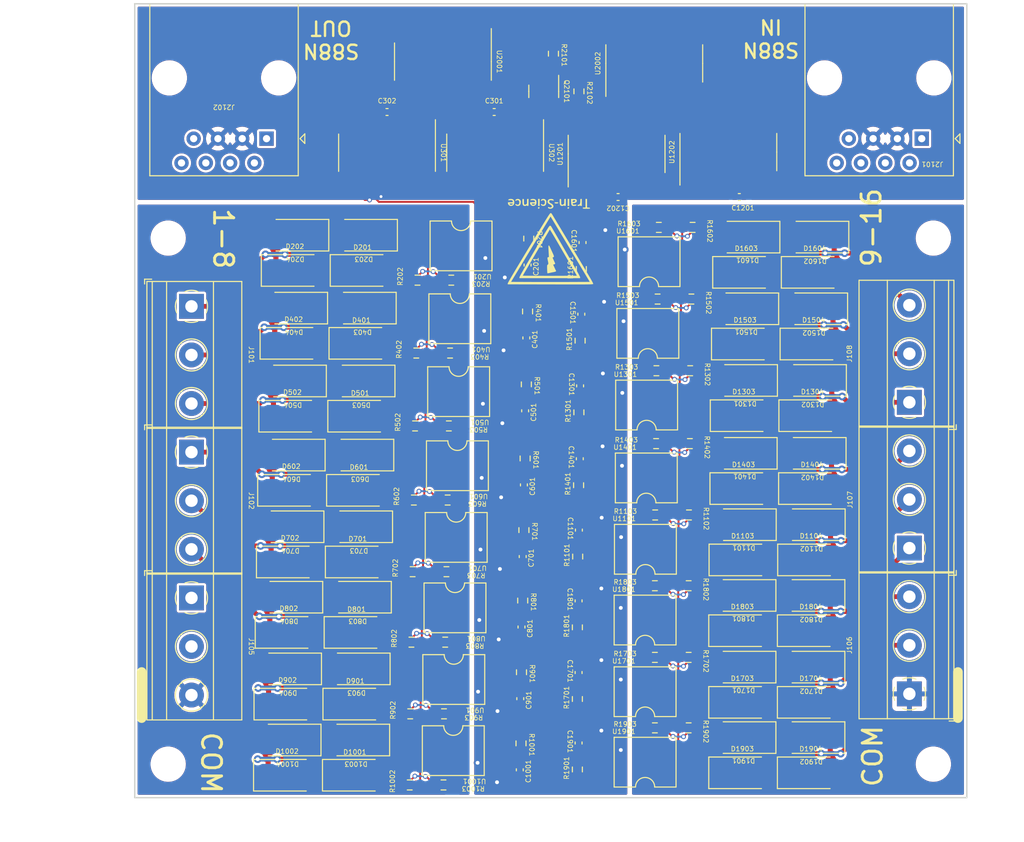
<source format=kicad_pcb>
(kicad_pcb (version 20221018) (generator pcbnew)
  (layers (0 "F.Cu" signal) (31 "B.Cu" signal) (34 "B.Paste" user) (35 "F.Paste" user) (36 "B.SilkS" user "B.Silkscreen") (37 "F.SilkS" user "F.Silkscreen") (38 "B.Mask" user) (39 "F.Mask" user) (44 "Edge.Cuts" user))
  (net 0 "")
  (net 1 "/CS1/CMOS")
  (net 2 "GND")
  (net 3 "VCC")
  (net 4 "/CS2/CMOS")
  (net 5 "/CS3/CMOS")
  (net 6 "/CS4/CMOS")
  (net 7 "/CS5/CMOS")
  (net 8 "/CS6/CMOS")
  (net 9 "/CS7/CMOS")
  (net 10 "/CS8/CMOS")
  (net 11 "/CS12/CMOS")
  (net 12 "/CS14/CMOS")
  (net 13 "/CS13/CMOS")
  (net 14 "/CS15/CMOS")
  (net 15 "/CS16/CMOS")
  (net 16 "/CS10/CMOS")
  (net 17 "/CS11/CMOS")
  (net 18 "/CS9/CMOS")
  (net 19 "Net-(D201-K)")
  (net 20 "/CS1/TRACK")
  (net 21 "COM")
  (net 22 "Net-(D203-A)")
  (net 23 "Net-(D401-K)")
  (net 24 "/CS2/TRACK")
  (net 25 "Net-(D403-A)")
  (net 26 "Net-(D501-K)")
  (net 27 "/CS3/TRACK")
  (net 28 "Net-(D503-A)")
  (net 29 "Net-(D601-K)")
  (net 30 "/CS4/TRACK")
  (net 31 "Net-(D603-A)")
  (net 32 "Net-(D701-K)")
  (net 33 "/CS5/TRACK")
  (net 34 "Net-(D703-A)")
  (net 35 "Net-(D801-K)")
  (net 36 "/CS6/TRACK")
  (net 37 "Net-(D803-A)")
  (net 38 "Net-(D901-K)")
  (net 39 "/CS7/TRACK")
  (net 40 "Net-(D903-A)")
  (net 41 "Net-(D1001-K)")
  (net 42 "/CS8/TRACK")
  (net 43 "Net-(D1003-A)")
  (net 44 "Net-(D1101-K)")
  (net 45 "/CS12/TRACK")
  (net 46 "Net-(D1103-A)")
  (net 47 "Net-(D1301-K)")
  (net 48 "/CS14/TRACK")
  (net 49 "Net-(D1303-A)")
  (net 50 "Net-(D1401-K)")
  (net 51 "/CS13/TRACK")
  (net 52 "Net-(D1403-A)")
  (net 53 "Net-(D1501-K)")
  (net 54 "/CS15/TRACK")
  (net 55 "Net-(D1503-A)")
  (net 56 "Net-(D1601-K)")
  (net 57 "/CS16/TRACK")
  (net 58 "Net-(D1603-A)")
  (net 59 "Net-(D1701-K)")
  (net 60 "/CS10/TRACK")
  (net 61 "Net-(D1703-A)")
  (net 62 "Net-(D1801-K)")
  (net 63 "/CS11/TRACK")
  (net 64 "Net-(D1803-A)")
  (net 65 "Net-(D1901-K)")
  (net 66 "/CS9/TRACK")
  (net 67 "Net-(D1903-A)")
  (net 68 "Net-(R202-Pad2)")
  (net 69 "Net-(R402-Pad2)")
  (net 70 "Net-(R502-Pad2)")
  (net 71 "Net-(R602-Pad2)")
  (net 72 "Net-(R702-Pad2)")
  (net 73 "Net-(R802-Pad2)")
  (net 74 "Net-(R902-Pad2)")
  (net 75 "Net-(R1002-Pad2)")
  (net 76 "Net-(R1102-Pad2)")
  (net 77 "Net-(R1302-Pad2)")
  (net 78 "Net-(R1402-Pad2)")
  (net 79 "Net-(R1502-Pad2)")
  (net 80 "Net-(R1602-Pad2)")
  (net 81 "Net-(R1702-Pad2)")
  (net 82 "Net-(R1802-Pad2)")
  (net 83 "Net-(R1902-Pad2)")
  (net 84 "/SR-latch1/Q4")
  (net 86 "/SR-latch1/Q2")
  (net 87 "/SR-latch1/Q3")
  (net 88 "/SR-latch1/Q1")
  (net 90 "/SR-latch1/Q6")
  (net 91 "/SR-latch1/Q7")
  (net 92 "/SR-latch1/Q5")
  (net 93 "/SR-latch2/Q4")
  (net 95 "/SR-latch2/Q2")
  (net 96 "/SR-latch2/Q3")
  (net 97 "/SR-latch2/Q1")
  (net 99 "/SR-latch2/Q6")
  (net 100 "/SR-latch2/Q7")
  (net 101 "/SR-latch2/Q5")
  (net 106 "/SR-latch1/Q8")
  (net 107 "/SR-latch2/Q8")
  (net 108 "/RJ45/DATA_IN")
  (net 109 "/RJ45/CLOCK")
  (net 110 "/RJ45/PL")
  (net 111 "/RJ45/RESET")
  (net 113 "Net-(J2101-Pad7)")
  (net 114 "/RJ45/DATA_OUT")
  (net 116 "Net-(Q2101-B)")
  (net 117 "Net-(U2001-Q7)")
  (footprint "custom_kicad_lib_sk:R_0603_smalltext" (layer "F.Cu") (at 197.4465 72.289 -90)
    (fp_text reference "R501")
    (fp_text value "10k")
  )
  (footprint "Diode_SMD:D_SMA" (layer "F.Cu") (at 220.028 105.536999)
    (fp_text reference "D1703")
    (fp_text value "SS53")
  )
  (footprint "Capacitor_SMD:C_0402_1005Metric" (layer "F.Cu") (at 197.5735 59.814999 90)
    (fp_text reference "C201")
    (fp_text value "100nF")
  )
  (footprint "Diode_SMD:D_SMA" (layer "F.Cu") (at 180.0725 83.368)
    (fp_text reference "D601")
    (fp_text value "SS53")
  )
  (footprint "Diode_SMD:D_SMA" (layer "F.Cu") (at 227.33 83.185)
    (fp_text reference "D1404")
    (fp_text value "SS53")
  )
  (footprint "custom_kicad_lib_sk:R_0603_smalltext" (layer "F.Cu") (at 185.557 91.877)
    (fp_text reference "R702")
    (fp_text value "47R")
  )
  (footprint "Diode_SMD:D_SMA" (layer "F.Cu") (at 172.8655 83.368)
    (fp_text reference "D602")
    (fp_text value "SS53")
  )
  (footprint "custom_kicad_lib_sk:R_0603_smalltext" (layer "F.Cu") (at 210.915999 85.947 180)
    (fp_text reference "R1103")
    (fp_text value "4k7")
  )
  (footprint "Diode_SMD:D_SMA" (layer "F.Cu") (at 172.9925 75.621)
    (fp_text reference "D502")
    (fp_text value "SS53")
  )
  (footprint "Package_TO_SOT_SMD:SOT-23" (layer "F.Cu") (at 199.263 41.656 -90)
    (fp_text reference "Q2101")
    (fp_text value "BC847")
  )
  (footprint "Capacitor_SMD:C_0402_1005Metric" (layer "F.Cu") (at 202.908 102.420001 -90)
    (fp_text reference "C1701")
    (fp_text value "100nF")
  )
  (footprint "custom_kicad_lib_sk:R_0603_smalltext" (layer "F.Cu") (at 202.813 90.295 90)
    (fp_text reference "R1101")
    (fp_text value "10k")
  )
  (footprint "custom_kicad_lib_sk:R_0603_smalltext" (layer "F.Cu") (at 189.343501 76.637)
    (fp_text reference "R503")
    (fp_text value "4k7")
  )
  (footprint "Diode_SMD:D_SMA" (layer "F.Cu") (at 227.648 56.896001 180)
    (fp_text reference "D1602")
    (fp_text value "SS53")
  )
  (footprint "custom_kicad_lib_sk:R_0603_smalltext" (layer "F.Cu") (at 202.946 41.656 -90)
    (fp_text reference "R2102")
    (fp_text value "100k")
  )
  (footprint "Diode_SMD:D_SMA" (layer "F.Cu") (at 220.155 83.185)
    (fp_text reference "D1403")
    (fp_text value "SS53")
  )
  (footprint "custom_kicad_lib_sk:R_0603_smalltext" (layer "F.Cu") (at 203.194 60.228001 90)
    (fp_text reference "R1601")
    (fp_text value "10k")
  )
  (footprint "Diode_SMD:D_SMA" (layer "F.Cu") (at 173.2785 56.698001 180)
    (fp_text reference "D204")
    (fp_text value "SS53")
  )
  (footprint "custom_kicad_lib_sk:R_0603_smalltext" (layer "F.Cu") (at 214.4165 108.204 180)
    (fp_text reference "R1902")
    (fp_text value "47R")
  )
  (footprint "Capacitor_SMD:C_0402_1005Metric" (layer "F.Cu") (at 197.4465 67.434999 90)
    (fp_text reference "C401")
    (fp_text value "100nF")
  )
  (footprint "Package_DIP:SMDIP-4_W9.53mm" (layer "F.Cu") (at 190.493 65.431)
    (fp_text reference "U401")
    (fp_text value "EL814")
  )
  (footprint "Diode_SMD:D_SMA" (layer "F.Cu") (at 173.0245 71.938001 180)
    (fp_text reference "D504")
    (fp_text value "SS53")
  )
  (footprint "Diode_SMD:D_SMA" (layer "F.Cu") (at 179.8185 98.227)
    (fp_text reference "D801")
    (fp_text value "SS53")
  )
  (footprint "Diode_SMD:D_SMA" (layer "F.Cu") (at 179.9455 90.861)
    (fp_text reference "D701")
    (fp_text value "SS53")
  )
  (footprint "TerminalBlock_Phoenix:TerminalBlock_Phoenix_MKDS-1,5-3-5.08_1x03_P5.08mm_Horizontal" (layer "F.Cu") (at 162.433 64.135 -90)
    (fp_text reference "J101")
    (fp_text value "Screw_Terminal_01x03")
  )
  (footprint "custom_kicad_lib_sk:R_0603_smalltext" (layer "F.Cu") (at 214.4485 85.947 180)
    (fp_text reference "R1102")
    (fp_text value "47R")
  )
  (footprint "Diode_SMD:D_SMA" (layer "F.Cu") (at 220.187 71.882 180)
    (fp_text reference "D1301")
    (fp_text value "SS53")
  )
  (footprint "Diode_SMD:D_SMA" (layer "F.Cu") (at 180.3265 68.001)
    (fp_text reference "D401")
    (fp_text value "SS53")
  )
  (footprint "Diode_SMD:D_SMA" (layer "F.Cu") (at 180.0725 79.685001 180)
    (fp_text reference "D603")
    (fp_text value "SS53")
  )
  (footprint "Diode_SMD:D_SMA" (layer "F.Cu") (at 227.235 109.22 180)
    (fp_text reference "D1902")
    (fp_text value "SS53")
  )
  (footprint "custom_kicad_lib_sk:R_0603_smalltext" (layer "F.Cu") (at 189.470501 69.017)
    (fp_text reference "R403")
    (fp_text value "4k7")
  )
  (footprint "Diode_SMD:D_SMA" (layer "F.Cu") (at 227.203 105.536999)
    (fp_text reference "D1704")
    (fp_text value "SS53")
  )
  (footprint "Diode_SMD:D_SMA" (layer "F.Cu") (at 227.489 68.071999)
    (fp_text reference "D1504")
    (fp_text value "SS53")
  )
  (footprint "Capacitor_SMD:C_0402_1005Metric" (layer "F.Cu") (at 202.908 109.786001 -90)
    (fp_text reference "C1901")
    (fp_text value "100nF")
  )
  (footprint "Diode_SMD:D_SMA" (layer "F.Cu") (at 180.1995 75.621)
    (fp_text reference "D501")
    (fp_text value "SS53")
  )
  (footprint "custom_kicad_lib_sk:R_0603_smalltext" (layer "F.Cu") (at 202.781 97.693 90)
    (fp_text reference "R1801")
    (fp_text value "10k")
  )
  (footprint "Diode_SMD:D_SMA" (layer "F.Cu") (at 220.441 60.579)
    (fp_text reference "D1603")
    (fp_text value "SS53")
  )
  (footprint "Capacitor_SMD:C_0402_1005Metric" (layer "F.Cu") (at 203.035 80.068 -90)
    (fp_text reference "C1401")
    (fp_text value "100nF")
  )
  (footprint "Diode_SMD:D_SMA" (layer "F.Cu") (at 227.362 75.564999)
    (fp_text reference "D1304")
    (fp_text value "SS53")
  )
  (footprint "TerminalBlock_Phoenix:TerminalBlock_Phoenix_MKDS-1,5-3-5.08_1x03_P5.08mm_Horizontal" (layer "F.Cu") (at 162.433 94.615 -90)
    (fp_text reference "J105")
    (fp_text value "Screw_Terminal_01x03")
  )
  (footprint "custom_kicad_lib_sk:R_0603_smalltext" (layer "F.Cu") (at 188.785001 114.173)
    (fp_text reference "R1003")
    (fp_text value "4k7")
  )
  (footprint "custom_kicad_lib_sk:R_0603_smalltext" (layer "F.Cu") (at 202.781 105.186 90)
    (fp_text reference "R1701")
    (fp_text value "10k")
  )
  (footprint "Diode_SMD:D_SMA" (layer "F.Cu") (at 172.7385 90.861)
    (fp_text reference "D702")
    (fp_text value "SS53")
  )
  (footprint "Diode_SMD:D_SMA" (layer "F.Cu") (at 227.235 101.854 180)
    (fp_text reference "D1702")
    (fp_text value "SS53")
  )
  (footprint "custom_kicad_lib_sk:R_0603_smalltext" (layer "F.Cu") (at 210.883999 93.345 180)
    (fp_text reference "R1803")
    (fp_text value "4k7")
  )
  (footprint "custom_kicad_lib_sk:R_0603_smalltext" (layer "F.Cu") (at 197.7005 57.049 -90)
    (fp_text reference "R201")
    (fp_text value "10k")
  )
  (footprint "custom_kicad_lib_sk:R_0603_smalltext" (layer "F.Cu") (at 185.43 99.243)
    (fp_text reference "R802")
    (fp_text value "47R")
  )
  (footprint "Diode_SMD:D_SMA" (layer "F.Cu") (at 220.06 86.963 180)
    (fp_text reference "D1101")
    (fp_text value "SS53")
  )
  (footprint "Diode_SMD:D_SMA" (layer "F.Cu") (at 179.6915 105.72)
    (fp_text reference "D901")
    (fp_text value "SS53")
  )
  (footprint "Diode_SMD:D_SMA" (layer "F.Cu") (at 220.028 98.043999)
    (fp_text reference "D1803")
    (fp_text value "SS53")
  )
  (footprint "Capacitor_SMD:C_0402_1005Metric" (layer "F.Cu") (at 203.067 72.448001 -90)
    (fp_text reference "C1301")
    (fp_text value "100nF")
  )
  (footprint "custom_kicad_lib_sk:R_0603_smalltext" (layer "F.Cu") (at 214.8295 55.880001 180)
    (fp_text reference "R1602")
    (fp_text value "47R")
  )
  (footprint "Diode_SMD:D_SMA" (layer "F.Cu") (at 227.203 112.902999)
    (fp_text reference "D1904")
    (fp_text value "SS53")
  )
  (footprint "Capacitor_SMD:C_0402_1005Metric" (layer "F.Cu") (at 202.94 87.529001 -90)
    (fp_text reference "C1101")
    (fp_text value "100nF")
  )
  (footprint "Package_DIP:SMDIP-4_W9.53mm" (layer "F.Cu") (at 189.8075 110.587)
    (fp_text reference "U1001")
    (fp_text value "EL814")
  )
  (footprint "custom_kicad_lib_sk:R_0603_smalltext" (layer "F.Cu") (at 211.011 78.486 180)
    (fp_text reference "R1403")
    (fp_text value "4k7")
  )
  (footprint "Diode_SMD:D_SMA" (layer "F.Cu") (at 179.6915 102.037001 180)
    (fp_text reference "D903")
    (fp_text value "SS53")
  )
  (footprint "custom_kicad_lib_sk:Train-Science logo small" (layer "F.Cu") (at 199.898 57.277 180)
    (fp_text reference "G***" hide)
    (fp_text value "LOGO" hide)
  )
  (footprint "TerminalBlock_Phoenix:TerminalBlock_Phoenix_MKDS-1,5-3-5.08_1x03_P5.08mm_Horizontal" (layer "F.Cu") (at 237.49 104.648 90)
    (fp_text reference "J106")
    (fp_text value "Screw_Terminal_01x03")
  )
  (footprint "custom_kicad_lib_sk:R_0603_smalltext" (layer "F.Cu") (at 211.296999 55.880001 180)
    (fp_text reference "R1603")
    (fp_text value "4k7")
  )
  (footprint "Diode_SMD:D_SMA" (layer "F.Cu") (at 180.4535 56.698001 180)
    (fp_text reference "D203")
    (fp_text value "SS53")
  )
  (footprint "Package_DIP:SMDIP-4_W9.53mm" (layer "F.Cu") (at 190.112 88.291)
    (fp_text reference "U701")
    (fp_text value "EL814")
  )
  (footprint "Diode_SMD:D_SMA" (layer "F.Cu") (at 172.4845 105.72)
    (fp_text reference "D902")
    (fp_text value "SS53")
  )
  (footprint "custom_kicad_lib_sk:R_0603_smalltext" (layer "F.Cu") (at 211.042999 70.866 180)
    (fp_text reference "R1303")
    (fp_text value "4k7")
  )
  (footprint "Diode_SMD:D_SMA" (layer "F.Cu") (at 172.6115 98.227)
    (fp_text reference "D802")
    (fp_text value "SS53")
  )
  (footprint "Package_DIP:SMDIP-4_W9.53mm" (layer "F.Cu") (at 209.8615 96.931 180)
    (fp_text reference "U1801")
    (fp_text value "EL814")
  )
  (footprint "MountingHole:MountingHole_3.2mm_M3" (layer "F.Cu") (at 160 57)
    (fp_text reference "REF**" hide)
    (fp_text value "MountingHole_3.2mm_M3")
  )
  (footprint "TerminalBlock_Phoenix:TerminalBlock_Phoenix_MKDS-1,5-3-5.08_1x03_P5.08mm_Horizontal" (layer "F.Cu") (at 162.433 79.375 -90)
    (fp_text reference "J102")
    (fp_text value "Screw_Terminal_01x03")
  )
  (footprint "Diode_SMD:D_SMA" (layer "F.Cu") (at 180.1995 71.938001 180)
    (fp_text reference "D503")
    (fp_text value "SS53")
  )
  (footprint "Connector_RJ:RJ45_Amphenol_54602-x08_Horizontal" (layer "F.Cu") (at 170.2825 46.6 180)
    (fp_text reference "J2102")
    (fp_text value "RJ45")
  )
  (footprint "Package_DIP:SMDIP-4_W9.53mm" (layer "F.Cu") (at 209.8615 104.424 180)
    (fp_text reference "U1701")
    (fp_text value "EL814")
  )
  (footprint "Capacitor_SMD:C_0402_1005Metric" (layer "F.Cu") (at 194.084 43.815)
    (fp_text reference "C301")
    (fp_text value "100nF")
  )
  (footprint "custom_kicad_lib_sk:R_0603_smalltext" (layer "F.Cu") (at 200.279 37.719 -90)
    (fp_text reference "R2101")
    (fp_text value "4k7")
  )
  (footprint "Diode_SMD:D_SMA" (layer "F.Cu") (at 180.3265 64.318001 180)
    (fp_text reference "D403")
    (fp_text value "SS53")
  )
  (footprint "Diode_SMD:D_SMA" (layer "F.Cu") (at 172.7705 87.178001 180)
    (fp_text reference "D704")
    (fp_text value "SS53")
  )
  (footprint "Package_SO:SOIC-16_3.9x9.9mm_P1.27mm" (layer "F.Cu") (at 218.567 48.006 90)
    (fp_text reference "U1202")
    (fp_text value "~")
  )
  (footprint "Diode_SMD:D_SMA" (layer "F.Cu") (at 172.5165 102.037001 180)
    (fp_text reference "D904")
    (fp_text value "SS53")
  )
  (footprint "custom_kicad_lib_sk:R_0603_smalltext" (layer "F.Cu") (at 196.888 109.825 -90)
    (fp_text reference "R1001")
    (fp_text value "10k")
  )
  (footprint "MountingHole:MountingHole_3.2mm_M3" (layer "F.Cu") (at 240 57)
    (fp_text reference "REF**" hide)
    (fp_text value "MountingHole_3.2mm_M3")
  )
  (footprint "Diode_SMD:D_SMA" (layer "F.Cu") (at 227.235 94.361 180)
    (fp_text reference "D1802")
    (fp_text value "SS53")
  )
  (footprint "Diode_SMD:D_SMA" (layer "F.Cu") (at 220.028 101.854 180)
    (fp_text reference "D1701")
    (fp_text value "SS53")
  )
  (footprint "Diode_SMD:D_SMA" (layer "F.Cu") (at 173.2465 60.381)
    (fp_text reference "D202")
    (fp_text value "SS53")
  )
  (footprint "custom_kicad_lib_sk:R_0603_smalltext" (layer "F.Cu") (at 197.0655 94.895 -90)
    (fp_text reference "R801")
    (fp_text value "10k")
  )
  (footprint "custom_kicad_lib_sk:R_0603_smalltext" (layer "F.Cu") (at 211.169999 63.373 180)
    (fp_text reference "R1503")
    (fp_text value "4k7")
  )
  (footprint "custom_kicad_lib_sk:R_0603_smalltext" (layer "F.Cu") (at 214.5435 78.486 180)
    (fp_text reference "R1402")
    (fp_text value "47R")
  )
  (footprint "Diode_SMD:D_SMA" (layer "F.Cu") (at 227.267 86.963 180)
    (fp_text reference "D1102")
    (fp_text value "SS53")
  )
  (footprint "Diode_SMD:D_SMA" (layer "F.Cu") (at 227.362 79.502 180)
    (fp_text reference "D1402")
    (fp_text value "SS53")
  )
  (footprint "Diode_SMD:D_SMA" (layer "F.Cu") (at 220.314 64.389 180)
    (fp_text reference "D1501")
    (fp_text value "SS53")
  )
  (footprint "custom_kicad_lib_sk:R_0603_smalltext" (layer "F.Cu") (at 210.883999 100.838 180)
    (fp_text reference "R1703")
    (fp_text value "4k7")
  )
  (footprint "Diode_SMD:D_SMA" (layer "F.Cu") (at 172.6435 94.544001 180)
    (fp_text reference "D804")
    (fp_text value "SS53")
  )
  (footprint "Package_DIP:SMDIP-4_W9.53mm" (layer "F.Cu") (at 190.62 57.811)
    (fp_text reference "U201")
    (fp_text value "EL814")
  )
  (footprint "custom_kicad_lib_sk:R_0603_smalltext" (layer "F.Cu") (at 203.067 67.721 90)
    (fp_text reference "R1501")
    (fp_text value "10k")
  )
  (footprint "custom_kicad_lib_sk:R_0603_smalltext" (layer "F.Cu") (at 214.5755 70.866 180)
    (fp_text reference "R1302")
    (fp_text value "47R")
  )
  (footprint "custom_kicad_lib_sk:R_0603_smalltext" (layer "F.Cu") (at 197.5735 64.669 -90)
    (fp_text reference "R401")
    (fp_text value "10k")
  )
  (footprint "Diode_SMD:D_SMA" (layer "F.Cu") (at 227.394 71.882 180)
    (fp_text reference "D1302")
    (fp_text value "SS53")
  )
  (footprint "Package_SO:SOIC-16_3.9x9.9mm_P1.27mm" (layer "F.Cu") (at 206.883 48.198 90)
    (fp_text reference "U1201")
    (fp_text value "~")
  )
  (footprint "custom_kicad_lib_sk:R_0603_smalltext" (layer "F.Cu") (at 189.597501 61.397)
    (fp_text reference "R203")
    (fp_text value "4k7")
  )
  (footprint "custom_kicad_lib_sk:R_0603_smalltext" (layer "F.Cu") (at 186.065 61.397)
    (fp_text reference "R202")
    (fp_text value "47R")
  )
  (footprint "Package_DIP:SMDIP-4_W9.53mm" (layer "F.Cu") (at 209.8615 111.79 180)
    (fp_text reference "U1901")
    (fp_text value "EL814")
  )
  (footprint "custom_kicad_lib_sk:R_0603_smalltext" (layer "F.Cu") (at 210.883999 108.204 180)
    (fp_text reference "R1903")
    (fp_text value "4k7")
  )
  (footprint "Diode_SMD:D_SMA" (layer "F.Cu") (at 220.028 94.361 180)
    (fp_text reference "D1801")
    (fp_text value "SS53")
  )
  (footprint "Diode_SMD:D_SMA" (layer "F.Cu") (at 173.1515 64.318001 180)
    (fp_text reference "D404")
    (fp_text value "SS53")
  )
  (footprint "Package_DIP:SMDIP-4_W9.53mm" (layer "F.Cu") (at 209.9885 82.072 180)
    (fp_text reference "U1401")
    (fp_text value "EL814")
  )
  (footprint "custom_kicad_lib_sk:R_0603_smalltext" (layer "F.Cu") (at 202.908 82.834 90)
    (fp_text reference "R1401")
    (fp_text value "10k")
  )
  (footprint "Diode_SMD:D_SMA" (layer "F.Cu") (at 172.434 113.157)
    (fp_text reference "D1002")
    (fp_text value "SS53")
  )
  (footprint "Diode_SMD:D_SMA" (layer "F.Cu") (at 227.521 64.389 180)
    (fp_text reference "D1502")
    (fp_text value "SS53")
  )
  (footprint "Package_DIP:SMDIP-4_W9.53mm" (layer "F.Cu") (at 210.2745 59.466001 180)
    (fp_text reference "U1601")
    (fp_text value "EL814")
  )
  (footprint "Package_DIP:SMDIP-4_W9.53mm" (layer "F.Cu") (at 210.1475 66.959 180)
    (fp_text reference "U1501")
    (fp_text value "EL814")
  )
  (footprint "Package_SO:SOIC-16_3.9x9.9mm_P1.27mm" (layer "F.Cu") (at 182.88 48.071 -90)
    (fp_text reference "U301")
    (fp_text value "~")
  )
  (footprint "Package_DIP:SMDIP-4_W9.53mm" (layer "F.Cu") (at 209.8935 89.533 180)
    (fp_text reference "U1101")
    (fp_text value "EL814")
  )
  (footprint "custom_kicad_lib_sk:R_0603_smalltext" (layer "F.Cu") (at 197.3195 80.036 -90)
    (fp_text reference "R601")
    (fp_text value "10k")
  )
  (footprint "Package_DIP:SMDIP-4_W9.53mm" (layer "F.Cu") (at 190.239 80.798)
    (fp_text reference "U601")
    (fp_text value "EL814")
  )
  (footprint "Connector_RJ:RJ45_Amphenol_54602-x08_Horizontal" (layer "F.Cu") (at 238.7825 46.6 180)
    (fp_text reference "J2101")
    (fp_text value "RJ45")
  )
  (footprint "Diode_SMD:D_SMA" (layer "F.Cu") (at 179.641 113.157)
    (fp_text reference "D1001")
    (fp_text value "SS53")
  )
  (footprint "Diode_SMD:D_SMA" (layer "F.Cu") (at 220.155 79.502 180)
    (fp_text reference "D1401")
    (fp_text value "SS53")
  )
  (footprint "Capacitor_SMD:C_0402_1005Metric" (layer "F.Cu") (at 207.038 52.705 180)
    (fp_text reference "C1202")
    (fp_text value "100nF")
  )
  (footprint "Diode_SMD:D_SMA" (layer "F.Cu") (at 220.06 90.645999)
    (fp_text reference "D1103")
    (fp_text value "SS53")
  )
  (footprint "Package_DIP:SMDIP-4_W9.53mm" (layer "F.Cu") (at 190.366 73.051)
    (fp_text reference "U501")
    (fp_text value "EL814")
  )
  (footprint "Capacitor_SMD:C_0402_1005Metric" (layer "F.Cu") (at 219.71 52.705)
    (fp_text reference "C1201")
    (fp_text value "100nF")
  )
  (footprint "MountingHole:MountingHole_3.2mm_M3" (layer "F.Cu") (at 240 112)
    (fp_text reference "REF**" hide)
    (fp_text value "MountingHole_3.2mm_M3")
  )
  (footprint "Capacitor_SMD:C_0402_1005Metric" (layer "F.Cu") (at 197.0655 90.294999 90)
    (fp_text reference "C701")
    (fp_text value "100nF")
  )
  (footprint "Diode_SMD:D_SMA" (layer "F.Cu") (at 227.616 60.579)
    (fp_text reference "D1604")
    (fp_text value "SS53")
  )
  (footprint "custom_kicad_lib_sk:R_0603_smalltext" (layer "F.Cu") (at 185.811 76.637)
    (fp_text reference "R502")
    (fp_text value "47R")
  )
  (footprint "Diode_SMD:D_SMA" (layer "F.Cu") (at 227.235 90.645999)
    (fp_text reference "D1104")
    (fp_text value "SS53")
  )
  (footprint "custom_kicad_lib_sk:R_0603_smalltext" (layer "F.Cu") (at 185.2525 114.173)
    (fp_text reference "R1002")
    (fp_text value "47R")
  )
  (footprint "TerminalBlock_Phoenix:TerminalBlock_Phoenix_MKDS-1,5-3-5.08_1x03_P5.08mm_Horizontal" (layer "F.Cu") (at 237.49 74.168 90)
    (fp_text reference "J108")
    (fp_text value "Screw_Terminal_01x03")
  )
  (footprint "custom_kicad_lib_sk:R_0603_smalltext" (layer "F.Cu") (at 202.94 75.214 90)
    (fp_text reference "R1301")
    (fp_text value "10k")
  )
  (footprint "Capacitor_SMD:C_0402_1005Metric" (layer "F.Cu") (at 196.761 112.590999 90)
    (fp_text reference "C1001")
    (fp_text value "100nF")
  )
  (footprint "Diode_SMD:D_SMA" (layer "F.Cu") (at 220.187 75.564999)
    (fp_text reference "D1303")
    (fp_text value "SS53")
  )
  (footprint "Diode_SMD:D_SMA" (layer "F.Cu") (at 220.028 112.902999)
    (fp_text reference "D1903")
    (fp_text value "SS53")
  )
  (footprint "Diode_SMD:D_SMA" (layer "F.Cu") (at 173.1195 68.001)
    (fp_text reference "D402")
    (fp_text value "SS53")
  )
  (footprint "Diode_SMD:D_SMA" (layer "F.Cu") (at 220.028 109.22 180)
    (fp_text reference "D1901")
    (fp_text value "SS53")
  )
  (footprint "Package_DIP:SMDIP-4_W9.53mm" (layer "F.Cu") (at 189.985 95.657)
    (fp_text reference "U801")
    (fp_text value "EL814")
  )
  (footprint "custom_kicad_lib_sk:R_0603_smalltext" (layer "F.Cu") (at 196.9385 102.388 -90)
    (fp_text reference "R901")
    (fp_text value "10k")
  )
  (footprint "Diode_SMD:D_SMA" (layer "F.Cu") (at 179.9455 87.178001 180)
    (fp_text reference "D703")
    (fp_text value "SS53")
  )
  (footprint "Diode_SMD:D_SMA" (layer "F.Cu") (at 172.8975 79.685001 180)
    (fp_text reference "D604")
    (fp_text value "SS53")
  )
  (footprint "custom_kicad_lib_sk:R_0603_smalltext" (layer "F.Cu") (at 202.781 112.552 90)
    (fp_text reference "R1901")
    (fp_text value "10k")
  )
  (footprint "Diode_SMD:D_SMA" (layer "F.Cu") (at 179.641 109.474001 180)
    (fp_text reference "D1003")
    (fp_text value "SS53")
  )
  (footprint "custom_kicad_lib_sk:R_0603_smalltext" (layer "F.Cu") (at 185.303 106.736)
    (fp_text reference "R902")
    (fp_text value "47R")
  )
  (footprint "custom_kicad_lib_sk:R_0603_smalltext" (layer "F.Cu") (at 189.089501 91.877)
    (fp_text reference "R703")
    (fp_text value "4k7")
  )
  (footprint "Diode_SMD:D_SMA" (layer "F.Cu") (at 180.4535 60.381)
    (fp_text reference "D201")
    (fp_text value "SS53")
  )
  (footprint "Capacitor_SMD:C_0402_1005Metric" (layer "F.Cu") (at 203.194 64.955001 -90)
    (fp_text reference "C1501")
    (fp_text value "100nF")
  )
  (footprint "custom_kicad_lib_sk:R_0603_smalltext" (layer "F.Cu") (at 185.684 84.384)
    (fp_text reference "R602")
    (fp_text value "47R")
  )
  (footprint "Package_DIP:SMDIP-4_W9.53mm" (layer "F.Cu") (at 210.0205 74.452 180)
    (fp_text reference "U1301")
    (fp_text value "EL814")
  )
  (footprint "Diode_SMD:D_SMA" (layer "F.Cu") (at 220.314 68.071999)
    (fp_text reference "D1503")
    (fp_text value "SS53")
  )
  (footprint "Diode_SMD:D_SMA" (layer "F.Cu") (at 220.441 56.896001 180)
    (fp_text reference "D1601")
    (fp_text value "SS53")
  )
  (footprint "custom_kicad_lib_sk:R_0603_smalltext" (layer "F.Cu") (at 214.7025 63.373 180)
    (fp_text reference "R1502")
    (fp_text value "47R")
  )
  (footprint "custom_kicad_lib_sk:R_0603_smalltext" (layer "F.Cu") (at 185.938 69.017)
    (fp_text reference "R402")
    (fp_text value "47R")
  )
  (footprint "Capacitor_SMD:C_0402_1005Metric" (layer "F.Cu") (at 197.3195 75.054999 90)
    (fp_text reference "C501")
    (fp_text value "100nF")
  )
  (footprint "Package_SO:SOIC-16_3.9x9.9mm_P1.27mm" (layer "F.Cu") (at 194.183 48.071 -90)
    (fp_text reference "U302")
    (fp_text value "~")
  )
  (footprint "Diode_SMD:D_SMA" (layer "F.Cu") (at 227.203 98.043999)
    (fp_text reference "D1804")
    (fp_text value "SS53")
  )
  (footprint "Package_DIP:SMDIP-4_W9.53mm" (layer "F.Cu") (at 189.858 103.15)
    (fp_text reference "U901")
    (fp_text value "EL814")
  )
  (footprint "MountingHole:MountingHole_3.2mm_M3" (layer "F.Cu") (at 160 112)
    (fp_text reference "REF**" hide)
    (fp_text value "MountingHole_3.2mm_M3")
  )
  (footprint "custom_kicad_lib_sk:R_0603_smalltext" (layer "F.Cu") (at 214.4165 100.838 180)
    (fp_text reference "R1702")
    (fp_text value "47R")
  )
  (footprint "Capacitor_SMD:C_0402_1005Metric" (layer "F.Cu") (at 202.908 94.927001 -90)
    (fp_text reference "C1801")
    (fp_text value "100nF")
  )
  (footprint "Diode_SMD:D_SMA" (layer "F.Cu") (at 179.8185 94.544001 180)
    (fp_text reference "D803")
    (fp_text value "SS53")
  )
  (footprint "Capacitor_SMD:C_0402_1005Metric" (layer "F.Cu") (at 203.321 57.462002 -90)
    (fp_text reference "C1601")
    (fp_text value "100nF")
  )
  (footprint "custom_kicad_lib_sk:R_0603_smalltext" (layer "F.Cu") (at 197.1925 87.529 -90)
    (fp_text reference "R701")
    (fp_text value "10k")
  )
  (footprint "Diode_SMD:D_SMA" (layer "F.Cu") (at 172.466 109.474001 180)
    (fp_text reference "D1004")
    (fp_text value "SS53")
  )
  (footprint "custom_kicad_lib_sk:R_0603_smalltext" (layer "F.Cu") (at 189.216501 84.384)
    (fp_text reference "R603")
    (fp_text value "4k7")
  )
  (footprint "custom_kicad_lib_sk:R_0603_smalltext" (layer "F.Cu") (at 188.962501 99.243)
    (fp_text reference "R803")
    (fp_text value "4k7")
  )
  (footprint "custom_kicad_lib_sk:R_0603_smalltext" (layer "F.Cu") (at 188.835501 106.736)
    (fp_text reference "R903")
    (fp_text value "4k7")
  )
  (footprint "Package_SO:SOIC-16_3.9x9.9mm_P1.27mm" (layer "F.Cu") (at 188.722 38.546 -90)
    (fp_text reference "U2001")
    (fp_text value "4014")
  )
  (footprint "Capacitor_SMD:C_0402_1005Metric" (layer "F.Cu") (at 197.1925 82.801999 90)
    (fp_text reference "C601")
    (fp_text value "100nF")
  )
  (footprint "Capacitor_SMD:C_0402_1005Metric" (layer "F.Cu") (at 196.9385 97.660999 90)
    (fp_text reference "C801")
    (fp_text value "100nF")
  )
  (footprint "custom_kicad_lib_sk:R_0603_smalltext" (layer "F.Cu") (at 214.4165 93.345 180)
    (fp_text reference "R1802")
    (fp_text value "47R")
  )
  (footprint "Package_SO:SOIC-16_3.9x9.9mm_P1.27mm" (layer "F.Cu") (at 210.82 38.735 90)
    (fp_text reference "U2002")
    (fp_text value "4014")
  )
  (footprint "TerminalBlock_Phoenix:TerminalBlock_Phoenix_MKDS-1,5-3-5.08_1x03_P5.08mm_Horizontal" (layer "F.Cu") (at 237.49 89.408 90)
    (fp_text reference "J107")
    (fp_text value "Screw_Terminal_01x03")
  )
  (footprint "Capacitor_SMD:C_0402_1005Metric" (layer "F.Cu") (at 182.88 43.815)
    (fp_text reference "C302")
    (fp_text value "100nF")
  )
  (footprint "Capacitor_SMD:C_0402_1005Metric" (layer "F.Cu") (at 196.8115 105.153999 90)
    (fp_text reference "C901")
    (fp_text value "100nF")
  )
  (gr_line (start 242.57 102.362) (end 242.57 107.188) (stroke (width 1)) (layer "F.SilkS"))
  (gr_line (start 157.226 102.362) (end 157.226 107.188) (stroke (width 1)) (layer "F.SilkS"))
  (gr_rect (start 156.5 32.5) (end 243.5 115.5) (stroke (width 0.15)) (fill none) (layer "Edge.Cuts"))
  (gr_text "9-16" (at 234.696 60.198 90) (layer "F.SilkS") (effects (font (size 2 2) (thickness 0.3)) (justify left bottom)))
  (gr_text "COM" (at 163.322 108.458 270) (layer "F.SilkS") (effects (font (size 2 2) (thickness 0.3)) (justify left bottom)))
  (gr_text "1-8" (at 164.592 53.721 270) (layer "F.SilkS") (effects (font (size 2 2) (thickness 0.3)) (justify left bottom)))
  (gr_text "S88N\nIN" (at 223.012 34.036 180) (layer "F.SilkS") (effects (font (size 1.5 1.5) (thickness 0.25) bold) (justify bottom)))
  (gr_text "S88N\nOUT" (at 177.038 34.163 180) (layer "F.SilkS") (effects (font (size 1.5 1.5) (thickness 0.25) bold) (justify bottom)))
  (gr_text "COM" (at 234.823 114.554 90) (layer "F.SilkS") (effects (font (size 2 2) (thickness 0.3)) (justify left bottom)))
  (segment (start 196.8055 57.9615) (end 195.385 56.541) (width 0.2) (layer "F.Cu") (net 1))
  (segment (start 181.903604 48.006) (end 183.515 48.006) (width 0.2) (layer "F.Cu") (net 1))
  (segment (start 195.385 56.541) (end 195.225 56.541) (width 0.2) (layer "F.Cu") (net 1))
  (segment (start 180.375 49.534604) (end 181.903604 48.006) (width 0.2) (layer "F.Cu") (net 1))
  (segment (start 195.225 56.541) (end 191.897 53.213) (width 0.2) (layer "F.Cu") (net 1))
  (segment (start 197.7005 57.9615) (end 196.8055 57.9615) (width 0.2) (layer "F.Cu") (net 1))
  (segment (start 191.897 53.213) (end 182.030604 53.213) (width 0.2) (layer "F.Cu") (net 1))
  (segment (start 198.1835 58.4445) (end 198.1835 59.685) (width 0.2) (layer "F.Cu") (net 1))
  (segment (start 180.375 51.557396) (end 180.375 49.534604) (width 0.2) (layer "F.Cu") (net 1))
  (segment (start 182.030604 53.213) (end 180.375 51.557396) (width 0.2) (layer "F.Cu") (net 1))
  (segment (start 197.7005 57.9615) (end 198.1835 58.4445) (width 0.2) (layer "F.Cu") (net 1))
  (segment (start 184.785 46.736) (end 184.785 45.596) (width 0.2) (layer "F.Cu") (net 1))
  (segment (start 198.1835 59.685) (end 197.5735 60.295) (width 0.2) (layer "F.Cu") (net 1))
  (segment (start 183.515 48.006) (end 184.785 46.736) (width 0.2) (layer "F.Cu") (net 1))
  (segment (start 194.557 98.959) (end 194.557 97.12) (width 0.2) (layer "F.Cu") (net 2))
  (segment (start 205.2895 110.327) (end 205.0965 110.52) (width 0.2) (layer "F.Cu") (net 2))
  (segment (start 197.4465 66.955) (end 197.1925 66.701) (width 0.2) (layer "F.Cu") (net 2))
  (segment (start 203.289 80.802) (end 205.2235 80.802) (width 0.2) (layer "F.Cu") (net 2))
  (segment (start 203.321 57.942001) (end 203.575 58.196001) (width 0.2) (layer "F.Cu") (net 2))
  (segment (start 197.3195 74.575) (end 197.0655 74.321) (width 0.2) (layer "F.Cu") (net 2))
  (segment (start 207.7345 58.196001) (end 205.5095 58.196001) (width 0.2) (layer "F.Cu") (net 2))
  (segment (start 202.94 88.009) (end 203.194 88.263) (width 0.2) (layer "F.Cu") (net 2))
  (segment (start 195.065 66.894) (end 195.258 66.701) (width 0.2) (layer "F.Cu") (net 2))
  (segment (start 202.908 102.9) (end 203.162 103.154) (width 0.2) (layer "F.Cu") (net 2))
  (segment (start 194.3795 113.889) (end 194.3795 112.05) (width 0.2) (layer "F.Cu") (net 2))
  (segment (start 195.192 61.113) (end 195.192 59.274) (width 0.2) (layer "F.Cu") (net 2))
  (segment (start 203.448 65.689) (end 205.3825 65.689) (width 0.2) (layer "F.Cu") (net 2))
  (segment (start 207.3215 95.661) (end 205.0965 95.661) (width 0.2) (layer "F.Cu") (net 2))
  (segment (start 192.779 82.068) (end 195.004 82.068) (width 0.2) (layer "F.Cu") (net 2))
  (segment (start 205.4485 72.989) (end 205.2555 73.182) (width 0.2) (layer "F.Cu") (net 2))
  (segment (start 207.4805 73.182) (end 205.2555 73.182) (width 0.2) (layer "F.Cu") (net 2))
  (segment (start 192.398 104.42) (end 194.623 104.42) (width 0.2) (layer "F.Cu") (net 2))
  (segment (start 197.1925 66.701) (end 195.258 66.701) (width 0.2) (layer "F.Cu") (net 2))
  (segment (start 195.065 68.733) (end 195.065 66.894) (width 0.2) (layer "F.Cu") (net 2))
  (segment (start 194.43 106.452) (end 194.43 104.613) (width 0.2) (layer "F.Cu") (net 2))
  (segment (start 205.3215 88.07) (end 205.1285 88.263) (width 0.2) (layer "F.Cu") (net 2))
  (segment (start 203.067 72.928) (end 203.321 73.182) (width 0.2) (layer "F.Cu") (net 2))
  (segment (start 196.761 112.111) (end 196.507 111.857) (width 0.2) (layer "F.Cu") (net 2))
  (segment (start 192.3475 111.857) (end 194.5725 111.857) (width 0.2) (layer "F.Cu") (net 2))
  (segment (start 196.507 111.857) (end 194.5725 111.857) (width 0.2) (layer "F.Cu") (net 2))
  (segment (start 196.9385 82.068) (end 195.004 82.068) (width 0.2) (layer "F.Cu") (net 2))
  (segment (start 205.2895 108.488) (end 205.2895 110.327) (width 0.2) (layer "F.Cu") (net 2))
  (segment (start 194.811 82.261) (end 195.004 82.068) (width 0.2) (layer "F.Cu") (net 2))
  (segment (start 197.0655 89.815) (end 196.8115 89.561) (width 0.2) (layer "F.Cu") (net 2))
  (segment (start 202.908 95.407) (end 203.162 95.661) (width 0.2) (layer "F.Cu") (net 2))
  (segment (start 194.684 91.593) (end 194.684 89.754) (width 0.2) (layer "F.Cu") (net 2))
  (segment (start 205.7025 58.003001) (end 205.5095 58.196001) (width 0.2) (layer "F.Cu") (net 2))
  (segment (start 194.557 97.12) (end 194.75 96.927) (width 0.2) (layer "F.Cu") (net 2))
  (segment (start 202.908 110.266) (end 203.162 110.52) (width 0.2) (layer "F.Cu") (net 2))
  (segment (start 196.6845 96.927) (end 194.75 96.927) (width 0.2) (layer "F.Cu") (net 2))
  (segment (start 207.4485 80.802) (end 205.2235 80.802) (width 0.2) (layer "F.Cu") (net 2))
  (segment (start 194.3795 112.05) (end 194.5725 111.857) (width 0.2) (layer "F.Cu") (net 2))
  (segment (start 197.3195 59.081) (end 195.385 59.081) (width 0.2) (layer "F.Cu") (net 2))
  (segment (start 203.575 58.196001) (end 205.5095 58.196001) (width 0.2) (layer "F.Cu") (net 2))
  (segment (start 192.652 89.561) (end 194.877 89.561) (width 0.2) (layer "F.Cu") (net 2))
  (segment (start 194.938 76.353) (end 194.938 74.514) (width 0.2) (layer "F.Cu") (net 2))
  (segment (start 192.906 74.321) (end 195.131 74.321) (width 0.2) (layer "F.Cu") (net 2))
  (segment (start 194.811 84.1) (end 194.811 82.261) (width 0.2) (layer "F.Cu") (net 2))
  (segment (start 203.321 73.182) (end 205.2555 73.182) (width 0.2) (layer "F.Cu") (net 2))
  (segment (start 205.2895 95.468) (end 205.0965 95.661) (width 0.2) (layer "F.Cu") (net 2))
  (segment (start 197.1925 82.322) (end 196.9385 82.068) (width 0.2) (layer "F.Cu") (net 2))
  (segment (start 194.684 89.754) (end 194.877 89.561) (width 0.2) (layer "F.Cu") (net 2))
  (segment (start 205.4165 80.609) (end 205.2235 80.802) (width 0.2) (layer "F.Cu") (net 2))
  (segment (start 205.4485 71.15) (end 205.4485 72.989) (width 0.2) (layer "F.Cu") (net 2))
  (segment (start 196.8115 89.561) (end 194.877 89.561) (width 0.2) (layer "F.Cu") (net 2))
  (segment (start 205.2895 93.629) (end 205.2895 95.468) (width 0.2) (layer "F.Cu") (net 2))
  (segment (start 205.5755 63.657) (end 205.5755 65.496) (width 0.2) (layer "F.Cu") (net 2))
  (segment (start 205.2895 102.961) (end 205.0965 103.154) (width 0.2) (layer "F.Cu") (net 2))
  (segment (start 205.7025 56.164001) (end 205.7025 58.003001) (width 0.2) (layer "F.Cu") (net 2))
  (segment (start 197.5735 59.335) (end 197.3195 59.081) (width 0.2) (layer "F.Cu") (net 2))
  (segment (start 194.43 104.613) (end 194.623 104.42) (width 0.2) (layer "F.Cu") (net 2))
  (segment (start 205.4165 78.77) (end 205.4165 80.609) (width 0.2) (layer "F.Cu") (net 2))
  (segment (start 205.3215 86.231) (end 205.3215 88.07) (width 0.2) (layer "F.Cu") (net 2))
  (segment (start 193.033 66.701) (end 195.258 66.701) (width 0.2) (layer "F.Cu") (net 2))
  (segment (start 192.525 96.927) (end 194.75 96.927) (width 0.2) (layer "F.Cu") (net 2))
  (segment (start 203.162 110.52) (end 205.0965 110.52) (width 0.2) (layer "F.Cu") (net 2))
  (segment (start 203.035 80.548) (end 203.289 80.802) (width 0.2) (layer "F.Cu") (net 2))
  (segment (start 197.0655 74.321) (end 195.131 74.321) (width 0.2) (layer "F.Cu") (net 2))
  (segment (start 203.194 65.435) (end 203.448 65.689) (width 0.2) (layer "F.Cu") (net 2))
  (segment (start 203.162 95.661) (end 205.0965 95.661) (width 0.2) (layer "F.Cu") (net 2))
  (segment (start 195.192 59.274) (end 195.385 59.081) (width 0.2) (layer "F.Cu") (net 2))
  (segment (start 194.938 74.514) (end 195.131 74.321) (width 0.2) (layer "F.Cu") (net 2))
  (segment (start 193.16 59.081) (end 195.385 59.081) (width 0.2) (layer "F.Cu") (net 2))
  (segment (start 196.5575 104.42) (end 194.623 104.42) (width 0.2) (layer "F.Cu") (net 2))
  (segment (start 207.3215 103.154) (end 205.0965 103.154) (width 0.2) (layer "F.Cu") (net 2))
  (segment (start 196.9385 97.181) (end 196.6845 96.927) (width 0.2) (layer "F.Cu") (net 2))
  (segment (start 205.5755 65.496) (end 205.3825 65.689) (width 0.2) (layer "F.Cu") (net 2))
  (segment (start 205.2895 101.122) (end 205.2895 102.961) (width 0.2) (layer "F.Cu") (net 2))
  (segment (start 203.194 88.263) (end 205.1285 88.263) (width 0.2) (layer "F.Cu") (net 2))
  (segment (start 207.3535 88.263) (end 205.1285 88.263) (width 0.2) (layer "F.Cu") (net 2))
  (segment (start 207.3215 110.52) (end 205.0965 110.52) (width 0.2) (layer "F.Cu") (net 2))
  (segment (start 207.6075 65.689) (end 205.3825 65.689) (width 0.2) (layer "F.Cu") (net 2))
  (segment (start 203.162 103.154) (end 205.0965 103.154) (width 0.2) (layer "F.Cu") (net 2))
  (segment (start 196.8115 104.674) (end 196.5575 104.42) (width 0.2) (layer "F.Cu") (net 2))
  (via (at 194.43 106.452) (size 0.8) (drill 0.4) (layers "F.Cu" "B.Cu") (net 2))
  (via (at 207.3215 95.661) (size 0.8) (drill 0.4) (layers "F.Cu" "B.Cu") (net 2))
  (via (at 192.652 89.561) (size 0.8) (drill 0.4) (layers "F.Cu" "B.Cu") (net 2))
  (via (at 193.16 59.081) (size 0.8) (drill 0.4) (layers "F.Cu" "B.Cu") (net 2))
  (via (at 194.3795 113.889) (size 0.8) (drill 0.4) (layers "F.Cu" "B.Cu") (net 2))
  (via (at 207.6075 65.689) (size 0.8) (drill 0.4) (layers "F.Cu" "B.Cu") (net 2))
  (via (at 207.3215 110.52) (size 0.8) (drill 0.4) (layers "F.Cu" "B.Cu") (net 2))
  (via (at 195.192 61.113) (size 0.8) (drill 0.4) (layers "F.Cu" "B.Cu") (net 2))
  (via (at 205.2895 108.488) (size 0.8) (drill 0.4) (layers "F.Cu" "B.Cu") (net 2))
  (via (at 207.3215 103.154) (size 0.8) (drill 0.4) (layers "F.Cu" "B.Cu") (net 2))
  (via (at 205.4485 71.15) (size 0.8) (drill 0.4) (layers "F.Cu" "B.Cu") (net 2))
  (via (at 207.4805 73.182) (size 0.8) (drill 0.4) (layers "F.Cu" "B.Cu") (net 2))
  (via (at 207.7345 58.196001) (size 0.8) (drill 0.4) (layers "F.Cu" "B.Cu") (net 2))
  (via (at 195.065 68.733) (size 0.8) (drill 0.4) (layers "F.Cu" "B.Cu") (net 2))
  (via (at 205.5755 63.657) (size 0.8) (drill 0.4) (layers "F.Cu" "B.Cu") (net 2))
  (via (at 192.398 104.42) (size 0.8) (drill 0.4) (layers "F.Cu" "B.Cu") (net 2))
  (via (at 194.557 98.959) (size 0.8) (drill 0.4) (layers "F.Cu" "B.Cu") (net 2))
  (via (at 192.906 74.321) (size 0.8) (drill 0.4) (layers "F.Cu" "B.Cu") (net 2))
  (via (at 194.811 84.1) (size 0.8) (drill 0.4) (layers "F.Cu" "B.Cu") (net 2))
  (via (at 205.2895 93.629) (size 0.8) (drill 0.4) (layers "F.Cu" "B.Cu") (net 2))
  (via (at 207.4485 80.802) (size 0.8) (drill 0.4) (layers "F.Cu" "B.Cu") (net 2))
  (via (at 194.684 91.593) (size 0.8) (drill 0.4) (layers "F.Cu" "B.Cu") (net 2))
  (via (at 192.525 96.927) (size 0.8) (drill 0.4) (layers "F.Cu" "B.Cu") (net 2))
  (via (at 205.7025 56.164001) (size 0.8) (drill 0.4) (layers "F.Cu" "B.Cu") (net 2))
  (via (at 205.3215 86.231) (size 0.8) (drill 0.4) (layers "F.Cu" "B.Cu") (net 2))
  (via (at 205.2895 101.122) (size 0.8) (drill 0.4) (layers "F.Cu" "B.Cu") (net 2))
  (via (at 192.779 82.068) (size 0.8) (drill 0.4) (layers "F.Cu" "B.Cu") (net 2))
  (via (at 193.033 66.701) (size 0.8) (drill 0.4) (layers "F.Cu" "B.Cu") (net 2))
  (via (at 192.3475 111.857) (size 0.8) (drill 0.4) (layers "F.Cu" "B.Cu") (net 2))
  (via (at 205.4165 78.77) (size 0.8) (drill 0.4) (layers "F.Cu" "B.Cu") (net 2))
  (via (at 194.938 76.353) (size 0.8) (drill 0.4) (layers "F.Cu" "B.Cu") (net 2))
  (via (at 207.3535 88.263) (size 0.8) (drill 0.4) (layers "F.Cu" "B.Cu") (net 2))
  (segment (start 181.050746 53.010254) (end 180.557858 53.010254) (width 0.2) (layer "F.Cu") (net 4))
  (segment (start 180.557858 53.010254) (end 179.105 51.557396) (width 0.2) (layer "F.Cu") (net 4))
  (segment (start 198.0565 66.0645) (end 198.0565 67.305) (width 0.2) (layer "F.Cu") (net 4))
  (segment (start 182.407716 52.813) (end 182.251608 52.656892) (width 0.2) (layer "F.Cu") (net 4))
  (segment (start 197.5735 65.5815) (end 198.0565 66.0645) (width 0.2) (layer "F.Cu") (net 4))
  (segment (start 198.0565 67.305) (end 197.4465 67.915) (width 0.2) (layer "F.Cu") (net 4))
  (segment (start 193.132343 53.882657) (end 193.068843 53.819157) (width 0.2) (layer "F.Cu") (net 4))
  (segment (start 179.105 51.557396) (end 179.105 48.86) (width 0.2) (layer "F.Cu") (net 4))
  (segment (start 198.5835 58.42) (end 198.5835 55.77186) (width 0.2) (layer "F.Cu") (net 4))
  (segment (start 179.705 48.26) (end 179.705 45.596) (width 0.2) (layer "F.Cu") (net 4))
  (segment (start 198.5835 55.77186) (end 197.92964 55.118) (width 0.2) (layer "F.Cu") (net 4))
  (segment (start 196.6785 65.5815) (end 195.258 64.161) (width 0.2) (layer "F.Cu") (net 4))
  (segment (start 197.92964 55.118) (end 195.58 55.118) (width 0.2) (layer "F.Cu") (net 4))
  (segment (start 189.992 52.813) (end 182.407716 52.813) (width 0.2) (layer "F.Cu") (net 4))
  (segment (start 194.367686 55.118) (end 193.132343 53.882657) (width 0.2) (layer "F.Cu") (net 4))
  (segment (start 192.062685 52.813) (end 189.992 52.813) (width 0.2) (layer "F.Cu") (net 4))
  (segment (start 198.5835 60.8355) (end 198.5835 58.42) (width 0.2) (layer "F.Cu") (net 4))
  (segment (start 193.132343 53.882657) (end 192.062685 52.813) (width 0.2) (layer "F.Cu") (net 4))
  (segment (start 195.58 55.118) (end 194.367686 55.118) (width 0.2) (layer "F.Cu") (net 4))
  (segment (start 195.258 64.161) (end 198.5835 60.8355) (width 0.2) (layer "F.Cu") (net 4))
  (segment (start 197.5735 65.5815) (end 196.6785 65.5815) (width 0.2) (layer "F.Cu") (net 4))
  (segment (start 179.105 48.86) (end 179.705 48.26) (width 0.2) (layer "F.Cu") (net 4))
  (via (at 182.251608 52.656892) (size 0.5) (drill 0.3) (layers "F.Cu" "B.Cu") (net 4))
  (via (at 181.050746 53.010254) (size 0.5) (drill 0.3) (layers "F.Cu" "B.Cu") (net 4))
  (segment (start 182.251608 52.656892) (end 181.404108 52.656892) (width 0.2) (layer "B.Cu") (net 4))
  (segment (start 181.404108 52.656892) (end 181.050746 53.010254) (width 0.2) (layer "B.Cu") (net 4))
  (segment (start 195.131 71.696) (end 195.131 71.781) (width 0.2) (layer "F.Cu") (net 5))
  (segment (start 180.975 51.308) (end 181.773892 52.106892) (width 0.2) (layer "F.Cu") (net 5))
  (segment (start 196.5515 73.2015) (end 195.131 71.781) (width 0.2) (layer "F.Cu") (net 5))
  (segment (start 199.009 67.818) (end 195.131 71.696) (width 0.2) (layer "F.Cu") (net 5))
  (segment (start 180.975 50.546) (end 180.975 51.308) (width 0.2) (layer "F.Cu") (net 5))
  (segment (start 198.095326 54.718) (end 199.009 55.631675) (width 0.2) (layer "F.Cu") (net 5))
  (segment (start 182.479426 52.106892) (end 182.785534 52.413) (width 0.2) (layer "F.Cu") (net 5))
  (segment (start 197.4465 73.2015) (end 197.9295 73.6845) (width 0.2) (layer "F.Cu") (net 5))
  (segment (start 197.9295 73.6845) (end 197.9295 74.925) (width 0.2) (layer "F.Cu") (net 5))
  (segment (start 194.53337 54.718) (end 198.095326 54.718) (width 0.2) (layer "F.Cu") (net 5))
  (segment (start 197.9295 74.925) (end 197.3195 75.535) (width 0.2) (layer "F.Cu") (net 5))
  (segment (start 197.4465 73.2015) (end 196.5515 73.2015) (width 0.2) (layer "F.Cu") (net 5))
  (segment (start 182.785534 52.413) (end 192.228371 52.413) (width 0.2) (layer "F.Cu") (net 5))
  (segment (start 199.009 55.631675) (end 199.009 67.818) (width 0.2) (layer "F.Cu") (net 5))
  (segment (start 192.228371 52.413) (end 194.53337 54.718) (width 0.2) (layer "F.Cu") (net 5))
  (segment (start 181.773892 52.106892) (end 182.479426 52.106892) (width 0.2) (layer "F.Cu") (net 5))
  (segment (start 197.8025 81.4315) (end 197.8025 82.672) (width 0.2) (layer "F.Cu") (net 6))
  (segment (start 197.3195 80.9485) (end 196.4245 80.9485) (width 0.2) (layer "F.Cu") (net 6))
  (segment (start 196.4245 80.9485) (end 195.004 79.528) (width 0.2) (layer "F.Cu") (net 6))
  (segment (start 197.8025 82.672) (end 197.1925 83.282) (width 0.2) (layer "F.Cu") (net 6))
  (segment (start 197.3195 80.9485) (end 197.8025 81.4315) (width 0.2) (layer "F.Cu") (net 6))
  (segment (start 197.1925 88.4415) (end 197.6755 88.9245) (width 0.2) (layer "F.Cu") (net 7))
  (segment (start 197.1925 88.4415) (end 196.2975 88.4415) (width 0.2) (layer "F.Cu") (net 7))
  (segment (start 197.6755 90.165) (end 197.0655 90.775) (width 0.2) (layer "F.Cu") (net 7))
  (segment (start 197.6755 88.9245) (end 197.6755 90.165) (width 0.2) (layer "F.Cu") (net 7))
  (segment (start 196.2975 88.4415) (end 194.877 87.021) (width 0.2) (layer "F.Cu") (net 7))
  (segment (start 197.0655 95.8075) (end 196.1705 95.8075) (width 0.2) (layer "F.Cu") (net 8))
  (segment (start 197.0655 95.8075) (end 197.5485 96.2905) (width 0.2) (layer "F.Cu") (net 8))
  (segment (start 196.1705 95.8075) (end 194.75 94.387) (width 0.2) (layer "F.Cu") (net 8))
  (segment (start 197.5485 97.531) (end 196.9385 98.141) (width 0.2) (layer "F.Cu") (net 8))
  (segment (start 197.5485 96.2905) (end 197.5485 97.531) (width 0.2) (layer "F.Cu") (net 8))
  (segment (start 196.9385 103.3005) (end 196.0435 103.3005) (width 0.2) (layer "F.Cu") (net 9))
  (segment (start 196.0435 103.3005) (end 194.623 101.88) (width 0.2) (layer "F.Cu") (net 9))
  (segment (start 196.9385 103.3005) (end 197.4215 103.7835) (width 0.2) (layer "F.Cu") (net 9))
  (segment (start 197.4215 103.7835) (end 197.4215 105.024) (width 0.2) (layer "F.Cu") (net 9))
  (segment (start 197.4215 105.024) (end 196.8115 105.634) (width 0.2) (layer "F.Cu") (net 9))
  (segment (start 196.888 110.7375) (end 197.371 111.2205) (width 0.2) (layer "F.Cu") (net 10))
  (segment (start 196.888 110.7375) (end 195.993 110.7375) (width 0.2) (layer "F.Cu") (net 10))
  (segment (start 197.371 111.2205) (end 197.371 112.461) (width 0.2) (layer "F.Cu") (net 10))
  (segment (start 197.371 112.461) (end 196.761 113.071) (width 0.2) (layer "F.Cu") (net 10))
  (segment (start 195.993 110.7375) (end 194.5725 109.317) (width 0.2) (layer "F.Cu") (net 10))
  (segment (start 202.33 87.659) (end 202.94 87.049) (width 0.2) (layer "F.Cu") (net 11))
  (segment (start 202.813 89.3825) (end 202.33 88.8995) (width 0.2) (layer "F.Cu") (net 11))
  (segment (start 202.813 89.3825) (end 203.708 89.3825) (width 0.2) (layer "F.Cu") (net 11))
  (segment (start 202.33 88.8995) (end 202.33 87.659) (width 0.2) (layer "F.Cu") (net 11))
  (segment (start 203.708 89.3825) (end 205.1285 90.803) (width 0.2) (layer "F.Cu") (net 11))
  (segment (start 202.94 74.3015) (end 202.457 73.8185) (width 0.2) (layer "F.Cu") (net 12))
  (segment (start 202.94 74.3015) (end 203.835 74.3015) (width 0.2) (layer "F.Cu") (net 12))
  (segment (start 202.457 72.578) (end 203.067 71.968) (width 0.2) (layer "F.Cu") (net 12))
  (segment (start 202.457 73.8185) (end 202.457 72.578) (width 0.2) (layer "F.Cu") (net 12))
  (segment (start 203.835 74.3015) (end 205.2555 75.722) (width 0.2) (layer "F.Cu") (net 12))
  (segment (start 202.908 81.9215) (end 202.425 81.4385) (width 0.2) (layer "F.Cu") (net 13))
  (segment (start 202.425 80.198) (end 203.035 79.588) (width 0.2) (layer "F.Cu") (net 13))
  (segment (start 203.803 81.9215) (end 205.2235 83.342) (width 0.2) (layer "F.Cu") (net 13))
  (segment (start 202.425 81.4385) (end 202.425 80.198) (width 0.2) (layer "F.Cu") (net 13))
  (segment (start 202.908 81.9215) (end 203.803 81.9215) (width 0.2) (layer "F.Cu") (net 13))
  (segment (start 202.584 65.085) (end 203.194 64.475) (width 0.2) (layer "F.Cu") (net 14))
  (segment (start 203.067 66.8085) (end 203.962 66.8085) (width 0.2) (layer "F.Cu") (net 14))
  (segment (start 203.962 66.8085) (end 205.3825 68.229) (width 0.2) (layer "F.Cu") (net 14))
  (segment (start 203.067 66.8085) (end 202.584 66.3255) (width 0.2) (layer "F.Cu") (net 14))
  (segment (start 202.584 66.3255) (end 202.584 65.085) (width 0.2) (layer "F.Cu") (net 14))
  (segment (start 204.089 59.315501) (end 205.5095 60.736001) (width 0.2) (layer "F.Cu") (net 15))
  (segment (start 202.711 57.592001) (end 203.321 56.982001) (width 0.2) (layer "F.Cu") (net 15))
  (segment (start 203.194 59.315501) (end 202.711 58.832501) (width 0.2) (layer "F.Cu") (net 15))
  (segment (start 203.194 59.315501) (end 204.089 59.315501) (width 0.2) (layer "F.Cu") (net 15))
  (segment (start 202.711 58.832501) (end 202.711 57.592001) (width 0.2) (layer "F.Cu") (net 15))
  (segment (start 202.298 102.55) (end 202.908 101.94) (width 0.2) (layer "F.Cu") (net 16))
  (segment (start 203.676 104.2735) (end 205.0965 105.694) (width 0.2) (layer "F.Cu") (net 16))
  (segment (start 202.781 104.2735) (end 202.298 103.7905) (width 0.2) (layer "F.Cu") (net 16))
  (segment (start 202.298 103.7905) (end 202.298 102.55) (width 0.2) (layer "F.Cu") (net 16))
  (segment (start 202.781 104.2735) (end 203.676 104.2735) (width 0.2) (layer "F.Cu") (net 16))
  (segment (start 203.676 96.7805) (end 205.0965 98.201) (width 0.2) (layer "F.Cu") (net 17))
  (segment (start 202.298 96.2975) (end 202.298 95.057) (width 0.2) (layer "F.Cu") (net 17))
  (segment (start 202.298 95.057) (end 202.908 94.447) (width 0.2) (layer "F.Cu") (net 17))
  (segment (start 202.781 96.7805) (end 202.298 96.2975) (width 0.2) (layer "F.Cu") (net 17))
  (segment (start 202.781 96.7805) (end 203.676 96.7805) (width 0.2) (layer "F.Cu") (net 17))
  (segment (start 203.676 111.6395) (end 205.0965 113.06) (width 0.2) (layer "F.Cu") (net 18))
  (segment (start 202.781 111.6395) (end 202.298 111.1565) (width 0.2) (layer "F.Cu") (net 18))
  (segment (start 202.298 111.1565) (end 202.298 109.916) (width 0.2) (layer "F.Cu") (net 18))
  (segment (start 202.298 109.916) (end 202.908 109.306) (width 0.2) (layer "F.Cu") (net 18))
  (segment (start 202.781 111.6395) (end 203.676 111.6395) (width 0.2) (layer "F.Cu") (net 18))
  (segment (start 178.4535 60.381) (end 175.2465 60.381) (width 0.5) (layer "F.Cu") (net 19))
  (segment (start 185.1525 61.397) (end 183.4695 61.397) (width 0.2) (layer "F.Cu") (net 20))
  (segment (start 185.681 61.397) (end 186.6055 60.4725) (width 0.2) (layer "F.Cu") (net 20))
  (segment (start 180.7725 58.7) (end 174.999 58.7) (width 0.5) (layer "F.Cu") (net 20))
  (segment (start 174.999 58.7) (end 172.205 58.7) (width 0.5) (layer "F.Cu") (net 20))
  (segment (start 182.4535 60.381) (end 180.7725 58.7) (width 0.5) (layer "F.Cu") (net 20))
  (segment (start 182.4535 56.698) (end 182.4535 60.381) (width 0.5) (layer "F.Cu") (net 20))
  (segment (start 170.173 58.7) (end 164.738 64.135) (width 0.5) (layer "F.Cu") (net 20))
  (segment (start 164.738 64.135) (end 162.433 64.135) (width 0.5) (layer "F.Cu") (net 20))
  (segment (start 187.796 60.508) (end 188.685 61.397) (width 0.2) (layer "F.Cu") (net 20))
  (segment (start 183.4695 61.397) (end 182.4535 60.381) (width 0.2) (layer "F.Cu") (net 20))
  (segment (start 187.7045 60.508) (end 187.796 60.508) (width 0.2) (layer "F.Cu") (net 20))
  (segment (start 185.1525 61.397) (end 185.681 61.397) (width 0.2) (layer "F.Cu") (net 20))
  (via (at 170.173 58.7) (size 0.8) (drill 0.4) (layers "F.Cu" "B.Cu") (net 20))
  (via (at 186.6055 60.4725) (size 0.5) (drill 0.3) (layers "F.Cu" "B.Cu") (net 20))
  (via (at 187.7045 60.508) (size 0.5) (drill 0.3) (layers "F.Cu" "B.Cu") (net 20))
  (via (at 172.205 58.7) (size 0.8) (drill 0.4) (layers "F.Cu" "B.Cu") (net 20))
  (segment (start 172.205 58.7) (end 170.173 58.7) (width 0.5) (layer "B.Cu") (net 20))
  (segment (start 186.6055 60.4725) (end 187.669 60.4725) (width 0.2) (layer "B.Cu") (net 20))
  (segment (start 187.669 60.4725) (end 187.7045 60.508) (width 0.2) (layer "B.Cu") (net 20))
  (segment (start 231.140001 112.902999) (end 237.49 106.553) (width 0.5) (layer "F.Cu") (net 21))
  (segment (start 210.0985 78.486) (end 210.0985 81.177) (width 0.2) (layer "F.Cu") (net 21))
  (segment (start 229.235 98.075999) (end 229.203 98.043999) (width 0.5) (layer "F.Cu") (net 21))
  (segment (start 183.554317 63.118) (end 172.3515 63.118) (width 0.2) (layer "F.Cu") (net 21))
  (segment (start 171.0245 75.589) (end 170.9925 75.621) (width 0.5) (layer "F.Cu") (net 21))
  (segment (start 227.781 114.103) (end 228.981 112.903) (width 0.2) (layer "F.Cu") (net 21))
  (segment (start 183.620658 70.906342) (end 183.903342 70.906342) (width 0.2) (layer "F.Cu") (net 21))
  (segment (start 229.33 79.534) (end 229.362 79.502) (width 0.5) (layer "F.Cu") (net 21))
  (segment (start 216.478 106.414817) (end 216.619342 106.556158) (width 0.2) (layer "F.Cu") (net 21))
  (segment (start 229.235 101.854) (end 229.235 98.075999) (width 0.5) (layer "F.Cu") (net 21))
  (segment (start 213.3265 99.391) (end 216.008817 99.391) (width 0.2) (layer "F.Cu") (net 21))
  (segment (start 228.416 61.779001) (end 229.616 60.579001) (width 0.2) (layer "F.Cu") (net 21))
  (segment (start 216.746342 84.204158) (end 216.733842 84.216658) (width 0.2) (layer "F.Cu") (net 21))
  (segment (start 215.0395 58.196001) (end 216.891 60.047501) (width 0.2) (layer "F.Cu") (net 21))
  (segment (start 184.0035 55.820183) (end 183.862158 55.678842) (width 0.2) (layer "F.Cu") (net 21))
  (segment (start 214.6265 95.661) (end 216.478 97.5125) (width 0.2) (layer "F.Cu") (net 21))
  (segment (start 183.191 108.596183) (end 183.049658 108.454842) (width 0.2) (layer "F.Cu") (net 21))
  (segment (start 183.4955 86.300183) (end 183.354158 86.158842) (width 0.2) (layer "F.Cu") (net 21))
  (segment (start 216.737158 61.610659) (end 216.891 61.456818) (width 0.2) (layer "F.Cu") (net 21))
  (segment (start 171.1515 64.318) (end 171.1515 67.969) (width 0.5) (layer "F.Cu") (net 21))
  (segment (start 189.875 96.552) (end 186.52 93.197) (width 0.2) (layer "F.Cu") (net 21))
  (segment (start 229.362 79.502) (end 229.362 75.565) (width 0.5) (layer "F.Cu") (net 21))
  (segment (start 171.7165 100.837) (end 170.5165 102.037) (width 0.2) (layer "F.Cu") (net 21))
  (segment (start 216.478 105.0055) (end 216.478 106.414817) (width 0.2) (layer "F.Cu") (net 21))
  (segment (start 216.765842 76.596658) (end 216.483158 76.596658) (width 0.2) (layer "F.Cu") (net 21))
  (segment (start 210.2575 66.064) (end 213.6125 69.419) (width 0.2) (layer "F.Cu") (net 21))
  (segment (start 210.3845 55.880001) (end 210.3845 58.571001) (width 0.2) (layer "F.Cu") (net 21))
  (segment (start 184.157342 55.666342) (end 184.0035 55.820183) (width 0.2) (layer "F.Cu") (net 21))
  (segment (start 186.52 93.197) (end 183.837683 93.197) (width 0.2) (layer "F.Cu") (net 21))
  (segment (start 170.8975 79.685) (end 170.8975 83.336) (width 0.5) (layer "F.Cu") (net 21))
  (segment (start 228.981 112.903) (end 229.203 112.903) (width 0.2) (layer "F.Cu") (net 21))
  (segment (start 216.605 84.062817) (end 216.746342 84.204158) (width 0.2) (layer "F.Cu") (net 21))
  (segment (start 216.135817 84.532) (end 216.451158 84.216658) (width 0.2) (layer "F.Cu") (net 21))
  (segment (start 171.2785 60.349) (end 171.2465 60.381) (width 0.5) (layer "F.Cu") (net 21))
  (segment (start 183.354158 86.158842) (end 183.366658 86.146342) (width 0.2) (layer "F.Cu") (net 21))
  (segment (start 189.748 104.045) (end 186.393 100.69) (width 0.2) (layer "F.Cu") (net 21))
  (segment (start 185.855 59.081) (end 184.0035 57.2295) (width 0.2) (layer "F.Cu") (net 21))
  (segment (start 183.837683 93.197) (end 183.522342 93.512342) (width 0.2) (layer "F.Cu") (net 21))
  (segment (start 216.892842 69.103658) (end 216.610158 69.103658) (width 0.2) (layer "F.Cu") (net 21))
  (segment (start 183.049658 108.454842) (end 182.868817 108.274) (width 0.2) (layer "F.Cu") (net 21))
  (segment (start 183.2415 101.159183) (end 183.100158 101.017842) (width 0.2) (layer "F.Cu") (net 21))
  (segment (start 216.746342 84.204158) (end 216.927183 84.385) (width 0.2) (layer "F.Cu") (net 21))
  (segment (start 216.891 61.456818) (end 217.032342 61.598159) (width 0.2) (layer "F.Cu") (net 21))
  (segment (start 172.4785 55.498) (end 171.2785 56.698) (width 0.2) (layer "F.Cu") (net 21))
  (segment (start 170.6115 98.227) (end 170.6115 101.942001) (width 0.5) (layer "F.Cu") (net 21))
  (segment (start 216.619342 106.556158) (end 216.606842 106.568658) (width 0.2) (layer "F.Cu") (net 21))
  (segment (start 229.616 60.579001) (end 229.616 56.928001) (width 0.5) (layer "F.Cu") (net 21))
  (segment (start 209.9715 100.838) (end 209.9715 103.529) (width 0.2) (layer "F.Cu") (net 21))
  (segment (start 183.227158 93.524842) (end 183.046317 93.344) (width 0.2) (layer "F.Cu") (net 21))
  (segment (start 190.51 58.706) (end 187.155 55.351) (width 0.2) (layer "F.Cu") (net 21))
  (segment (start 183.395342 101.005342) (end 183.2415 101.159183) (width 0.2) (layer "F.Cu") (net 21))
  (segment (start 216.733842 84.216658) (end 216.451158 84.216658) (width 0.2) (layer "F.Cu") (net 21))
  (segment (start 229.521 60.674001) (end 229.616 60.579001) (width 0.5) (layer "F.Cu") (net 21))
  (segment (start 229.362 71.914) (end 229.394 71.882) (width 0.5) (layer "F.Cu") (net 21))
  (segment (start 214.7855 73.182) (end 216.637 75.0335) (width 0.2) (layer "F.Cu") (net 21))
  (segment (start 216.008817 106.884) (end 216.324158 106.568658) (width 0.2) (layer "F.Cu") (net 21))
  (segment (start 210.0035 88.638) (end 213.3585 91.993) (width 0.2) (layer "F.Cu") (net 21))
  (segment (start 229.203 112.903) (end 229.203 109.252) (width 0.5) (layer "F.Cu") (net 21))
  (segment (start 210.1305 73.557) (end 213.4855 76.912) (width 0.2) (layer "F.Cu") (net 21))
  (segment (start 183.062158 108.442342) (end 183.344842 108.442342) (width 0.2) (layer "F.Cu") (net 21))
  (segment (start 171.666 108.274) (end 170.466 109.474) (width 0.2) (layer "F.Cu") (net 21))
  (segment (start 185.601 74.321) (end 183.7495 72.4695) (width 0.2) (layer "F.Cu") (net 21))
  (segment (start 229.489 64.421) (end 229.521 64.389) (width 0.5) (layer "F.Cu") (net 21))
  (segment (start 183.427317 70.738) (end 172.2245 70.738) (width 0.2) (layer "F.Cu") (net 21))
  (segment (start 186.774 78.338) (end 184.091683 78.338) (width 0.2) (layer "F.Cu") (net 21))
  (segment (start 170.4845 105.72) (end 170.4845 109.455501) (width 0.5) (layer "F.Cu") (net 21))
  (segment (start 172.2245 70.738) (end 171.0245 71.938) (width 0.2) (layer "F.Cu") (net 21))
  (segment (start 183.660183 108.127) (end 183.344842 108.442342) (width 0.2) (layer "F.Cu") (net 21))
  (segment (start 170.7705 87.178001) (end 170.7705 90.829) (width 0.5) (layer "F.Cu") (net 21))
  (segment (start 216.905342 69.091158) (end 216.892842 69.103658) (width 0.2) (layer "F.Cu") (net 21))
  (segment (start 183.903342 70.906342) (end 183.7495 71.060183) (width 0.2) (layer "F.Cu") (net 21))
  (segment (start 183.608158 70.918842) (end 183.427317 70.738) (width 0.2) (layer "F.Cu") (net 21))
  (segment (start 171.1195 68.001) (end 171.1195 71.843001) (width 0.5) (layer "F.Cu") (net 21))
  (segment (start 209.9715 108.204) (end 209.9715 110.895) (width 0.2) (layer "F.Cu") (net 21))
  (segment (start 216.606842 99.075658) (end 216.324158 99.075658) (width 0.2) (layer "F.Cu") (net 21))
  (segment (start 229.267 86.963) (end 229.267 83.248) (width 0.5) (layer "F.Cu") (net 21))
  (segment (start 216.51 90.1145) (end 216.51 91.523817) (width 0.2) (layer "F.Cu") (net 21))
  (segment (start 190.383 66.326) (end 187.028 62.971) (width 0.2) (layer "F.Cu") (net 21))
  (segment (start 216.610158 69.103658) (end 216.764 68.949817) (width 0.2) (layer "F.Cu") (net 21))
  (segment (start 213.3265 114.25) (end 216.008817 114.25) (width 0.2) (layer "F.Cu") (net 21))
  (segment (start 190.129 84.384) (end 190.129 81.693) (width 0.2) (layer "F.Cu") (net 21))
  (segment (start 216.356158 91.677658) (end 216.51 91.523817) (width 0.2) (layer "F.Cu") (net 21))
  (segment (start 216.832183 91.846) (end 228.035 91.846) (width 0.2) (layer "F.Cu") (net 21))
  (segment (start 217.019842 61.610659) (end 216.737158 61.610659) (width 0.2) (layer "F.Cu") (net 21))
  (segment (start 214.6265 110.52) (end 216.478 112.3715) (width 0.2) (layer "F.Cu") (net 21))
  (segment (start 237.49 106.553) (end 237.49 104.648) (width 0.5) (layer "F.Cu") (net 21))
  (segment (start 229.362 75.565) (end 229.362 71.914) (width 0.5) (layer "F.Cu") (net 21))
  (segment (start 171.9705 85.978) (end 170.7705 87.178) (width 0.2) (layer "F.Cu") (net 21))
  (segment (start 216.637 76.442817) (end 216.778342 76.584158) (width 0.2) (layer "F.Cu") (net 21))
  (segment (start 190.383 69.017) (end 190.383 66.326) (width 0.2) (layer "F.Cu") (net 21))
  (segment (start 184.0035 57.2295) (end 184.0035 55.820183) (width 0.2) (layer "F.Cu") (net 21))
  (segment (start 170.7385 94.449001) (end 170.6435 94.544001) (width 0.5) (layer "F.Cu") (net 21))
  (segment (start 183.7495 71.060183) (end 183.608158 70.918842) (width 0.2) (layer "F.Cu") (net 21))
  (segment (start 183.608158 70.918842) (end 183.620658 70.906342) (width 0.2) (layer "F.Cu") (net 21))
  (segment (start 183.522342 93.512342) (end 183.3685 93.666183) (width 0.2) (layer "F.Cu") (net 21))
  (segment (start 216.605 82.6535) (end 216.605 84.062817) (width 0.2) (layer "F.Cu") (net 21))
  (segment (start 216.008817 114.25) (end 216.324158 113.934658) (width 0.2) (layer "F.Cu") (net 21))
  (segment (start 216.324158 99.075658) (end 216.478 98.921817) (width 0.2) (layer "F.Cu") (net 21))
  (segment (start 216.638842 91.677658) (end 216.356158 91.677658) (width 0.2) (layer "F.Cu") (net 21))
  (segment (start 185.728 66.701) (end 183.8765 64.8495) (width 0.2) (layer "F.Cu") (net 21))
  (segment (start 170.6435 94.544) (end 170.6435 98.195) (width 0.5) (layer "F.Cu") (net 21))
  (segment (start 217.032342 61.598159) (end 217.213183 61.779001) (width 0.2) (layer "F.Cu") (net 21))
  (segment (start 213.6125 69.419) (end 216.294817 69.419) (width 0.2) (layer "F.Cu") (net 21))
  (segment (start 183.747658 63.286342) (end 184.030342 63.286342) (width 0.2) (layer "F.Cu") (net 21))
  (segment (start 216.619342 113.922158) (end 216.800183 114.103) (width 0.2) (layer "F.Cu") (net 21))
  (segment (start 185.093 104.42) (end 183.2415 102.5685) (width 0.2) (layer "F.Cu") (net 21))
  (segment (start 216.800183 99.244) (end 228.003 99.244) (width 0.2) (layer "F.Cu") (net 21))
  (segment (start 228.289 69.272) (end 229.489 68.072) (width 0.2) (layer "F.Cu") (net 21))
  (segment (start 229.616 56.928001) (end 229.648 56.896001) (width 0.5) (layer "F.Cu") (net 21))
  (segment (start 228.13 84.385) (end 229.33 83.185) (width 0.2) (layer "F.Cu") (net 21))
  (segment (start 216.891 60.047501) (end 216.891 61.456818) (width 0.2) (layer "F.Cu") (net 21))
  (segment (start 214.7535 80.802) (end 216.605 82.6535) (width 0.2) (layer "F.Cu") (net 21))
  (segment (start 216.619342 99.063158) (end 216.800183 99.244) (width 0.2) (layer "F.Cu") (net 21))
  (segment (start 190.002 89.186) (end 186.647 85.831) (width 0.2) (layer "F.Cu") (net 21))
  (segment (start 214.6265 103.154) (end 216.478 105.0055) (width 0.2) (layer "F.Cu") (net 21))
  (segment (start 186.901 70.591) (end 184.218683 70.591) (width 0.2) (layer "F.Cu") (net 21))
  (segment (start 216.959183 76.765) (end 228.162 76.765) (width 0.2) (layer "F.Cu") (net 21))
  (segment (start 209.9715 96.036) (end 213.3265 99.391) (width 0.2) (layer "F.Cu") (net 21))
  (segment (start 216.294817 69.419) (end 216.610158 69.103658) (width 0.2) (layer "F.Cu") (net 21))
  (segment (start 183.735158 63.298842) (end 183.554317 63.118) (width 0.2) (layer "F.Cu") (net 21))
  (segment (start 183.366658 86.146342) (end 183.649342 86.146342) (width 0.2) (layer "F.Cu") (net 21))
  (segment (start 190.002 91.877) (end 190.002 89.186) (width 0.2) (layer "F.Cu") (net 21))
  (segment (start 186.3425 108.127) (end 183.660183 108.127) (width 0.2) (layer "F.Cu") (net 21))
  (segment (start 216.421817 61.926001) (end 216.737158 61.610659) (width 0.2) (layer "F.Cu") (net 21))
  (segment (start 189.875 99.243) (end 189.875 96.552) (width 0.2) (layer "F.Cu") (net 21))
  (segment (start 183.049658 108.454842) (end 183.062158 108.442342) (width 0.2) (layer "F.Cu") (net 21))
  (segment (start 216.008817 99.391) (end 216.324158 99.075658) (width 0.2) (layer "F.Cu") (net 21))
  (segment (start 171.8435 93.344) (end 170.6435 94.544) (width 0.2) (layer "F.Cu") (net 21))
  (segment (start 170.5165 102.037) (end 170.5165 105.688) (width 0.5) (layer "F.Cu") (net 21))
  (segment (start 189.6975 114.173) (end 189.6975 111.482) (width 0.2) (layer "F.Cu") (net 21))
  (segment (start 216.040817 91.993) (end 216.356158 91.677658) (width 0.2) (layer "F.Cu") (net 21))
  (segment (start 170.5165 105.688) (end 170.4845 105.72) (width 0.5) (layer "F.Cu") (net 21))
  (segment (start 216.478 97.5125) (end 216.478 98.921817) (width 0.2) (layer "F.Cu") (net 21))
  (segment (start 185.0425 111.857) (end 183.191 110.0055) (width 0.2) (layer "F.Cu") (net 21))
  (segment (start 229.267 83.248) (end 229.33 83.185) (width 0.5) (layer "F.Cu") (net 21))
  (segment (start 210.2575 63.373) (end 210.2575 66.064) (width 0.2) (layer "F.Cu") (net 21))
  (segment (start 216.324158 106.568658) (end 216.478 106.414817) (width 0.2) (layer "F.Cu") (net 21))
  (segment (start 183.874658 55.666342) (end 184.157342 55.666342) (width 0.2) (layer "F.Cu") (net 21))
  (segment (start 216.619342 106.556158) (end 216.800183 106.737) (width 0.2) (layer "F.Cu") (net 21))
  (segment (start 182.868817 108.274) (end 171.666 108.274) (width 0.2) (layer "F.Cu") (net 21))
  (segment (start 216.651342 91.665158) (end 216.638842 91.677658) (width 0.2) (layer "F.Cu") (net 21))
  (segment (start 183.6225 78.807183) (end 183.481158 78.665842) (width 0.2) (layer "F.Cu") (net 21))
  (segment (start 172.0975 78.485) (end 170.8975 79.685) (width 0.2) (layer "F.Cu") (net 21))
  (segment (start 216.905342 69.091158) (end 217.086183 69.272) (width 0.2) (layer "F.Cu") (net 21))
  (segment (start 171.1515 64.318001) (end 171.1515 67.969) (width 0.5) (layer "F.Cu") (net 21))
  (segment (start 217.086183 69.272) (end 228.289 69.272) (width 0.2) (layer "F.Cu") (net 21))
  (segment (start 171.2465 64.223) (end 171.1515 64.318) (width 0.5) (layer "F.Cu") (net 21))
  (segment (start 229.489 68.072) (end 229.489 64.421) (width 0.5) (layer "F.Cu") (net 21))
  (segment (start 216.637 75.0335) (end 216.637 76.442817) (width 0.2) (layer "F.Cu") (net 21))
  (segment (start 170.4845 109.455501) (end 170.466 109.474001) (width 0.5) (layer "F.Cu") (net 21))
  (segment (start 186.647 85.831) (end 183.964683 85.831) (width 0.2) (layer "F.Cu") (net 21))
  (segment (start 184.472683 55.351) (end 184.157342 55.666342) (width 0.2) (layer "F.Cu") (net 21))
  (segment (start 170.9925 79.590001) (end 170.8975 79.685001) (width 0.5) (layer "F.Cu") (net 21))
  (segment (start 171.2465 60.381) (end 171.2465 64.223) (width 0.5) (layer "F.Cu") (net 21))
  (segment (start 183.7495 72.4695) (end 183.7495 71.060183) (width 0.2) (layer "F.Cu") (net 21))
  (segment (start 229.235 105.569) (end 229.203 105.537) (width 0.5) (layer "F.Cu") (net 21))
  (segment (start 217.213183 61.779001) (end 228.416 61.779001) (width 0.2) (layer "F.Cu") (net 21))
  (segment (start 183.8765 63.440183) (end 183.735158 63.298842) (width 0.2) (layer "F.Cu") (net 21))
  (segment (start 216.927183 84.385) (end 228.13 84.385) (width 0.2) (layer "F.Cu") (net 21))
  (segment (start 183.8765 64.8495) (end 183.8765 63.440183) (width 0.2) (layer "F.Cu") (net 21))
  (segment (start 170.8655 83.368) (end 170.8655 87.083001) (width 0.5) (layer "F.Cu") (net 21))
  (segment (start 170.8975 83.336) (end 170.8655 83.368) (width 0.5) (layer "F.Cu") (net 21))
  (segment (start 170.7705 90.829) (end 170.7385 90.861) (width 0.5) (layer "F.Cu") (net 21))
  (segment (start 190.256 76.637) (end 190.256 73.946) (width 0.2) (layer "F.Cu") (net 21))
  (segment (start 229.235 109.22) (end 229.235 105.569) (width 0.5) (layer "F.Cu") (net 21))
  (segment (start 187.155 55.351) (end 184.472683 55.351) (width 0.2) (layer "F.Cu") (net 21))
  (segment (start 209.9715 93.345) (end 209.9715 96.036) (width 0.2) (layer "F.Cu") (net 21))
  (segment (start 229.203 105.537) (end 229.203 101.886) (width 0.5) (layer "F.Cu") (net 21))
  (segment (start 183.6225 80.2165) (end 183.6225 78.807183) (width 0.2) (layer "F.Cu") (net 21))
  (segment (start 216.778342 76.584158) (end 216.765842 76.596658) (width 0.2) (layer "F.Cu") (net 21))
  (segment (start 217.032342 61.598159) (end 217.019842 61.610659) (width 0.2) (layer "F.Cu") (net 21))
  (segment (start 183.227158 93.524842) (end 183.239658 93.512342) (width 0.2) (layer "F.Cu") (net 21))
  (segment (start 229.203 112.902999) (end 231.140001 112.902999) (width 0.5) (layer "F.Cu") (net 21))
  (segment (start 183.112658 101.005342) (end 183.395342 101.005342) (width 0.2) (layer "F.Cu") (net 21))
  (segment (start 183.862158 55.678842) (end 183.874658 55.666342) (width 0.2) (layer "F.Cu") (net 21))
  (segment (start 172.3515 63.118) (end 171.1515 64.318) (width 0.2) (layer "F.Cu") (net 21))
  (segment (start 216.451158 84.216658) (end 216.605 84.062817) (width 0.2) (layer "F.Cu") (net 21))
  (segment (start 214.6585 88.263) (end 216.51 90.1145) (width 0.2) (layer "F.Cu") (net 21))
  (segment (start 229.203 101.886) (end 229.235 101.854) (width 0.5) (layer "F.Cu") (net 21))
  (segment (start 190.51 61.397) (end 190.51 58.706) (width 0.2) (layer "F.Cu") (net 21))
  (segment (start 228.003 99.244) (end 229.203 98.044) (width 0.2) (layer "F.Cu") (net 21))
  (segment (start 170.9925 75.621) (end 170.9925 79.590001) (width 0.5) (layer "F.Cu") (net 21))
  (segment (start 213.3585 91.993) (end 216.040817 91.993) (width 0.2) (layer "F.Cu") (net 21))
  (segment (start 171.1195 71.843001) (end 171.0245 71.938001) (width 0.5) (layer "F.Cu") (net 21))
  (segment (start 187.028 62.971) (end 184.345683 62.971) (width 0.2) (layer "F.Cu") (net 21))
  (segment (start 189.6975 111.482) (end 186.3425 108.127) (width 0.2) (layer "F.Cu") (net 21))
  (segment (start 183.964683 85.831) (end 183.649342 86.146342) (width 0.2) (layer "F.Cu") (net 21))
  (segment (start 170.6115 101.942001) (end 170.5165 102.037001) (width 0.5) (layer "F.Cu") (net 21))
  (segment (start 183.710683 100.69) (end 183.395342 101.005342) (width 0.2) (layer "F.Cu") (net 21))
  (segment (start 229.203 98.044) (end 229.203 94.393) (width 0.5) (layer "F.Cu") (net 21))
  (segment (start 183.481158 78.665842) (end 183.300317 78.485) (width 0.2) (layer "F.Cu") (net 21))
  (segment (start 209.9715 103.529) (end 213.3265 106.884) (width 0.2) (layer "F.Cu") (net 21))
  (segment (start 213.7395 61.926001) (end 216.421817 61.926001) (width 0.2) (layer "F.Cu") (net 21))
  (segment (start 183.493658 78.653342) (end 183.776342 78.653342) (width 0.2) (layer "F.Cu") (net 21))
  (segment (start 229.33 83.185) (end 229.33 79.534) (width 0.5) (layer "F.Cu") (net 21))
  (segment (start 229.203 109.252) (end 229.235 109.22) (width 0.5) (layer "F.Cu") (net 21))
  (segment (start 216.619342 113.922158) (end 216.606842 113.934658) (width 0.2) (layer "F.Cu") (net 21))
  (segment (start 229.235 86.995) (end 229.267 86.963) (width 0.5) (layer "F.Cu") (net 21))
  (segment (start 183.649342 86.146342) (end 183.4955 86.300183) (width 0.2) (layer "F.Cu") (net 21))
  (segment (start 210.0985 81.177) (end 213.4535 84.532) (width 0.2) (layer "F.Cu") (net 21))
  (segment (start 216.324158 113.934658) (end 216.478 113.780817) (width 0.2) (layer "F.Cu") (net 21))
  (segment (start 183.354158 86.158842) (end 183.173317 85.978) (width 0.2) (layer "F.Cu") (net 21))
  (segment (start 213.3265 106.884) (end 216.008817 106.884) (width 0.2) (layer "F.Cu") (net 21))
  (segment (start 229.394 68.166999) (end 229.489 68.071999) (width 0.5) (layer "F.Cu") (net 21))
  (segment (start 183.735158 63.298842) (end 183.747658 63.286342) (width 0.2) (layer "F.Cu") (net 21))
  (segment (start 185.22 96.927) (end 183.3685 95.0755) (width 0.2) (layer "F.Cu") (net 21))
  (segment (start 183.191 110.0055) (end 183.191 108.596183) (width 0.2) (layer "F.Cu") (net 21))
  (segment (start 228.162 76.765) (end 229.362 75.565) (width 0.2) (layer "F.Cu") (net 21))
  (segment (start 216.483158 76.596658) (end 216.637 76.442817) (width 0.2) (layer "F.Cu") (net 21))
  (segment (start 216.51 91.523817) (end 216.651342 91.665158) (width 0.2) (layer "F.Cu") (net 21))
  (segment (start 228.035 91.846) (end 229.235 90.646) (width 0.2) (layer "F.Cu") (net 21))
  (segment (start 170.8655 87.083001) (end 170.7705 87.178001) (width 0.5) (layer "F.Cu") (net 21))
  (segment (start 216.778342 76.584158) (end 216.959183 76.765) (width 0.2) (layer "F.Cu") (net 21))
  (segment (start 186.393 100.69) (end 183.710683 100.69) (width 0.2) (layer "F.Cu") (net 21))
  (segment (start 185.347 89.561) (end 183.4955 87.7095) (width 0.2) (layer "F.Cu") (net 21))
  (segment (start 229.203 94.393) (end 229.235 94.361) (width 0.5) (layer "F.Cu") (net 21))
  (segment (start 210.3845 58.571001) (end 213.7395 61.926001) (width 0.2) (layer "F.Cu") (net 21))
  (segment (start 183.344842 108.442342) (end 183.191 108.596183) (width 0.2) (layer "F.Cu") (net 21))
  (segment (start 229.521 64.389) (end 229.521 60.674001) (width 0.5) (layer "F.Cu") (net 21))
  (segment (start 209.9715 110.895) (end 213.3265 114.25) (width 0.2) (layer "F.Cu") (net 21))
  (segment (start 229.394 71.882) (end 229.394 68.166999) (width 0.5) (layer "F.Cu") (net 21))
  (segment (start 216.764 68.949817) (end 216.905342 69.091158) (width 0.2) (layer "F.Cu") (net 21))
  (segment (start 213.4535 84.532) (end 216.135817 84.532) (width 0.2) (layer "F.Cu") (net 21))
  (segment (start 229.235 94.361) (end 229.235 90.645999) (width 0.5) (layer "F.Cu") (net 21))
  (segment (start 216.167817 76.912) (end 216.483158 76.596658) (width 0.2) (layer "F.Cu") (net 21))
  (segment (start 183.3685 95.0755) (end 183.3685 93.666183) (width 0.2) (layer "F.Cu") (net 21))
  (segment (start 183.681317 55.498) (end 172.4785 55.498) (width 0.2) (layer "F.Cu") (net 21))
  (segment (start 216.800183 106.737) (end 228.003 106.737) (width 0.2) (layer "F.Cu") (net 21))
  (segment (start 170.7705 87.178) (end 170.7705 90.829) (width 0.5) (layer "F.Cu") (net 21))
  (segment (start 214.9125 65.689) (end 216.764 67.5405) (width 0.2) (layer "F.Cu") (net 21))
  (segment (start 216.606842 113.934658) (end 216.324158 113.934658) (width 0.2) (layer "F.Cu") (net 21))
  (segment (start 216.800183 114.103) (end 227.781 114.103) (width 0.2) (layer "F.Cu") (net 21))
  (segment (start 183.239658 93.512342) (end 183.522342 93.512342) (width 0.2) (layer "F.Cu") (net 21))
  (segment (start 210.1305 70.866) (end 210.1305 73.557) (width 0.2) (layer "F.Cu") (net 21))
  (segment (start 189.748 106.736) (end 189.748 104.045) (width 0.2) (layer "F.Cu") (net 21))
  (segment (start 183.481158 78.665842) (end 183.493658 78.653342) (width 0.2) (layer "F.Cu") (net 21))
  (segment (start 190.129 81.693) (end 186.774 78.338) (width 0.2) (layer "F.Cu") (net 21))
  (segment (start 216.606842 106.568658) (end 216.324158 106.568658) (width 0.2) (layer "F.Cu") (net 21))
  (segment (start 216.478 112.3715) (end 216.478 113.780817) (width 0.2) (layer "F.Cu") (net 21))
  (segment (start 171.2785 56.698) (end 171.2785 60.349) (width 0.5) (layer "F.Cu") (net 21))
  (segment (start 184.091683 78.338) (end 183.776342 78.653342) (width 0.2) (layer "F.Cu") (net 21))
  (segment (start 184.030342 63.286342) (end 183.8765 63.440183) (width 0.2) (layer "F.Cu") (net 21))
  (segment (start 210.0035 85.947) (end 210.0035 88.638) (width 0.2) (layer "F.Cu") (net 21))
  (segment (start 182.919317 100.837) (end 171.7165 100.837) (width 0.2) (layer "F.Cu") (net 21))
  (segment (start 171.1515 67.969) (end 171.1195 68.001) (width 0.5) (layer "F.Cu") (net 21))
  (segment (start 190.256 73.946) (end 186.901 70.591) (width 0.2) (layer "F.Cu") (net 21))
  (segment (start 170.7385 90.861) (end 170.7385 94.449001) (width 0.5) (layer "F.Cu") (net 21))
  (segment (start 213.4855 76.912) (end 216.167817 76.912) (width 0.2) (layer "F.Cu") (net 21))
  (segment (start 183.3685 93.666183) (end 183.227158 93.524842) (width 0.2) (layer "F.Cu") (net 21))
  (segment (start 170.466 113.125) (end 170.434 113.157) (width 0.5) (layer "F.Cu") (net 21))
  (segment (start 216.478 113.780817) (end 216.619342 113.922158) (width 0.2) (layer "F.Cu") (net 21))
  (segment (start 183.046317 93.344) (end 171.8435 93.344) (width 0.2) (layer "F.Cu") (net 21))
  (segment (start 216.764 67.5405) (end 216.764 68.949817) (width 0.2) (layer "F.Cu") (net 21))
  (segment (start 229.235 90.646) (end 229.235 86.995) (width 0.5) (layer "F.Cu") (net 21))
  (segment (start 216.619342 99.063158) (end 216.606842 99.075658) (width 0.2) (layer "F.Cu") (net 21))
  (segment (start 183.300317 78.485) (end 172.0975 78.485) (width 0.2) (layer "F.Cu") (net 21))
  (segment (start 183.776342 78.653342) (end 183.6225 78.807183) (width 0.2) (layer "F.Cu") (net 21))
  (segment (start 184.345683 62.971) (end 184.030342 63.286342) (width 0.2) (layer "F.Cu") (net 21))
  (segment (start 183.862158 55.678842) (end 183.681317 55.498) (width 0.2) (layer "F.Cu") (net 21))
  (segment (start 216.651342 91.665158) (end 216.832183 91.846) (width 0.2) (layer "F.Cu") (net 21))
  (segment (start 170.6435 98.195) (end 170.6115 98.227) (width 0.5) (layer "F.Cu") (net 21))
  (segment (start 183.2415 102.5685) (end 183.2415 101.159183) (width 0.2) (layer "F.Cu") (net 21))
  (segment (start 170.466 109.474) (end 170.466 113.125) (width 0.5) (layer "F.Cu") (net 21))
  (segment (start 184.218683 70.591) (end 183.903342 70.906342) (width 0.2) (layer "F.Cu") (net 21))
  (segment (start 228.003 106.737) (end 229.203 105.537) (width 0.2) (layer "F.Cu") (net 21))
  (segment (start 183.100158 101.017842) (end 182.919317 100.837) (width 0.2) (layer "F.Cu") (net 21))
  (segment (start 183.100158 101.017842) (end 183.112658 101.005342) (width 0.2) (layer "F.Cu") (net 21))
  (segment (start 185.474 82.068) (end 183.6225 80.2165) (width 0.2) (layer "F.Cu") (net 21))
  (segment (start 216.478 98.921817) (end 216.619342 99.063158) (width 0.2) (layer "F.Cu") (net 21))
  (segment (start 183.173317 85.978) (end 171.9705 85.978) (width 0.2) (layer "F.Cu") (net 21))
  (segment (start 171.0245 71.938) (end 171.0245 75.589) (width 0.5) (layer "F.Cu") (net 21))
  (segment (start 183.4955 87.7095) (end 183.4955 86.300183) (width 0.2) (layer "F.Cu") (net 21))
  (segment (start 178.4535 56.698) (end 175.2785 56.698) (width 0.5) (layer "F.Cu") (net 22))
  (segment (start 178.3265 68.001) (end 175.1195 68.001) (width 0.5) (layer "F.Cu") (net 23))
  (segment (start 180.6455 66.32) (end 174.872 66.32) (width 0.5) (layer "F.Cu") (net 24))
  (segment (start 170.046 66.32) (end 167.151 69.215) (width 0.5) (layer "F.Cu") (net 24))
  (segment (start 185.554 69.017) (end 186.4785 68.0925) (width 0.2) (layer "F.Cu") (net 24))
  (segment (start 187.5775 68.128) (end 187.669 68.128) (width 0.2) (layer "F.Cu") (net 24))
  (segment (start 182.3265 68.001) (end 180.6455 66.32) (width 0.5) (layer "F.Cu") (net 24))
  (segment (start 185.0255 69.017) (end 183.3425 69.017) (width 0.2) (layer "F.Cu") (net 24))
  (segment (start 174.872 66.32) (end 172.078 66.32) (width 0.5) (layer "F.Cu") (net 24))
  (segment (start 185.0255 69.017) (end 185.554 69.017) (width 0.2) (layer "F.Cu") (net 24))
  (segment (start 167.151 69.215) (end 162.433 69.215) (width 0.5) (layer "F.Cu") (net 24))
  (segment (start 182.3265 64.318) (end 182.3265 68.001) (width 0.5) (layer "F.Cu") (net 24))
  (segment (start 183.3425 69.017) (end 182.3265 68.001) (width 0.2) (layer "F.Cu") (net 24))
  (segment (start 187.669 68.128) (end 188.558 69.017) (width 0.2) (layer "F.Cu") (net 24))
  (via (at 186.4785 68.0925) (size 0.5) (drill 0.3) (layers "F.Cu" "B.Cu") (net 24))
  (via (at 170.046 66.32) (size 0.8) (drill 0.4) (layers "F.Cu" "B.Cu") (net 24))
  (via (at 187.5775 68.128) (size 0.5) (drill 0.3) (layers "F.Cu" "B.Cu") (net 24))
  (via (at 172.078 66.32) (size 0.8) (drill 0.4) (layers "F.Cu" "B.Cu") (net 24))
  (segment (start 187.542 68.0925) (end 187.5775 68.128) (width 0.2) (layer "B.Cu") (net 24))
  (segment (start 172.078 66.32) (end 170.046 66.32) (width 0.5) (layer "B.Cu") (net 24))
  (segment (start 186.4785 68.0925) (end 187.542 68.0925) (width 0.2) (layer "B.Cu") (net 24))
  (segment (start 178.3265 64.318) (end 175.1515 64.318) (width 0.5) (layer "F.Cu") (net 25))
  (segment (start 178.1995 75.621) (end 174.9925 75.621) (width 0.5) (layer "F.Cu") (net 26))
  (segment (start 187.542 75.748) (end 188.431 76.637) (width 0.2) (layer "F.Cu") (net 27))
  (segment (start 180.5185 73.94) (end 174.745 73.94) (width 0.5) (layer "F.Cu") (net 27))
  (segment (start 187.4505 75.748) (end 187.542 75.748) (width 0.2) (layer "F.Cu") (net 27))
  (segment (start 184.8985 76.637) (end 185.427 76.637) (width 0.2) (layer "F.Cu") (net 27))
  (segment (start 182.1995 75.621) (end 180.5185 73.94) (width 0.5) (layer "F.Cu") (net 27))
  (segment (start 184.8985 76.637) (end 183.2155 76.637) (width 0.2) (layer "F.Cu") (net 27))
  (segment (start 174.745 73.94) (end 171.951 73.94) (width 0.5) (layer "F.Cu") (net 27))
  (segment (start 169.919 73.94) (end 169.564 74.295) (width 0.5) (layer "F.Cu") (net 27))
  (segment (start 182.1995 71.938) (end 182.1995 75.621) (width 0.5) (layer "F.Cu") (net 27))
  (segment (start 183.2155 76.637) (end 182.1995 75.621) (width 0.2) (layer "F.Cu") (net 27))
  (segment (start 169.564 74.295) (end 162.433 74.295) (width 0.5) (layer "F.Cu") (net 27))
  (segment (start 185.427 76.637) (end 186.3515 75.7125) (width 0.2) (layer "F.Cu") (net 27))
  (via (at 186.3515 75.7125) (size 0.5) (drill 0.3) (layers "F.Cu" "B.Cu") (net 27))
  (via (at 171.951 73.94) (size 0.8) (drill 0.4) (layers "F.Cu" "B.Cu") (net 27))
  (via (at 187.4505 75.748) (size 0.5) (drill 0.3) (layers "F.Cu" "B.Cu") (net 27))
  (via (at 169.919 73.94) (size 0.8) (drill 0.4) (layers "F.Cu" "B.Cu") (net 27))
  (segment (start 186.3515 75.7125) (end 187.415 75.7125) (width 0.2) (layer "B.Cu") (net 27))
  (segment (start 187.415 75.7125) (end 187.4505 75.748) (width 0.2) (layer "B.Cu") (net 27))
  (segment (start 171.951 73.94) (end 169.919 73.94) (width 0.5) (layer "B.Cu") (net 27))
  (segment (start 178.1995 71.938) (end 175.0245 71.938) (width 0.5) (layer "F.Cu") (net 28))
  (segment (start 178.0725 83.368) (end 174.8655 83.368) (width 0.5) (layer "F.Cu") (net 29))
  (segment (start 187.415 83.495) (end 188.304 84.384) (width 0.2) (layer "F.Cu") (net 30))
  (segment (start 182.0725 79.685) (end 182.0725 83.368) (width 0.5) (layer "F.Cu") (net 30))
  (segment (start 184.7715 84.384) (end 185.3 84.384) (width 0.2) (layer "F.Cu") (net 30))
  (segment (start 187.3235 83.495) (end 187.415 83.495) (width 0.2) (layer "F.Cu") (net 30))
  (segment (start 183.0885 84.384) (end 182.0725 83.368) (width 0.2) (layer "F.Cu") (net 30))
  (segment (start 184.7715 84.384) (end 183.0885 84.384) (width 0.2) (layer "F.Cu") (net 30))
  (segment (start 167.48 79.375) (end 162.433 79.375) (width 0.5) (layer "F.Cu") (net 30))
  (segment (start 182.0725 83.368) (end 180.3915 81.687) (width 0.5) (layer "F.Cu") (net 30))
  (segment (start 169.792 81.687) (end 167.48 79.375) (width 0.5) (layer "F.Cu") (net 30))
  (segment (start 185.3 84.384) (end 186.2245 83.4595) (width 0.2) (layer "F.Cu") (net 30))
  (segment (start 174.618 81.687) (end 171.824 81.687) (width 0.5) (layer "F.Cu") (net 30))
  (segment (start 180.3915 81.687) (end 174.618 81.687) (width 0.5) (layer "F.Cu") (net 30))
  (via (at 187.3235 83.495) (size 0.5) (drill 0.3) (layers "F.Cu" "B.Cu") (net 30))
  (via (at 169.792 81.687) (size 0.8) (drill 0.4) (layers "F.Cu" "B.Cu") (net 30))
  (via (at 186.2245 83.4595) (size 0.5) (drill 0.3) (layers "F.Cu" "B.Cu") (net 30))
  (via (at 171.824 81.687) (size 0.8) (drill 0.4) (layers "F.Cu" "B.Cu") (net 30))
  (segment (start 171.824 81.687) (end 169.792 81.687) (width 0.5) (layer "B.Cu") (net 30))
  (segment (start 187.288 83.4595) (end 187.3235 83.495) (width 0.2) (layer "B.Cu") (net 30))
  (segment (start 186.2245 83.4595) (end 187.288 83.4595) (width 0.2) (layer "B.Cu") (net 30))
  (segment (start 178.0725 79.685) (end 174.8975 79.685) (width 0.5) (layer "F.Cu") (net 31))
  (segment (start 177.9455 90.861) (end 174.7385 90.861) (width 0.5) (layer "F.Cu") (net 32))
  (segment (start 184.6445 91.877) (end 182.9615 91.877) (width 0.2) (layer "F.Cu") (net 33))
  (segment (start 187.1965 90.988) (end 187.288 90.988) (width 0.2) (layer "F.Cu") (net 33))
  (segment (start 169.665 89.18) (end 167.158 89.18) (width 0.5) (layer "F.Cu") (net 33))
  (segment (start 167.158 89.18) (end 162.433 84.455) (width 0.5) (layer "F.Cu") (net 33))
  (segment (start 182.9615 91.877) (end 181.9455 90.861) (width 0.2) (layer "F.Cu") (net 33))
  (segment (start 174.491 89.18) (end 171.697 89.18) (width 0.5) (layer "F.Cu") (net 33))
  (segment (start 181.9455 87.178) (end 181.9455 90.861) (width 0.5) (layer "F.Cu") (net 33))
  (segment (start 180.2645 89.18) (end 174.491 89.18) (width 0.5) (layer "F.Cu") (net 33))
  (segment (start 185.173 91.877) (end 186.0975 90.9525) (width 0.2) (layer "F.Cu") (net 33))
  (segment (start 187.288 90.988) (end 188.177 91.877) (width 0.2) (layer "F.Cu") (net 33))
  (segment (start 181.9455 90.861) (end 180.2645 89.18) (width 0.5) (layer "F.Cu") (net 33))
  (segment (start 184.6445 91.877) (end 185.173 91.877) (width 0.2) (layer "F.Cu") (net 33))
  (via (at 169.665 89.18) (size 0.8) (drill 0.4) (layers "F.Cu" "B.Cu") (net 33))
  (via (at 186.0975 90.9525) (size 0.5) (drill 0.3) (layers "F.Cu" "B.Cu") (net 33))
  (via (at 187.1965 90.988) (size 0.5) (drill 0.3) (layers "F.Cu" "B.Cu") (net 33))
  (via (at 171.697 89.18) (size 0.8) (drill 0.4) (layers "F.Cu" "B.Cu") (net 33))
  (segment (start 186.0975 90.9525) (end 187.161 90.9525) (width 0.2) (layer "B.Cu") (net 33))
  (segment (start 187.161 90.9525) (end 187.1965 90.988) (width 0.2) (layer "B.Cu") (net 33))
  (segment (start 171.697 89.18) (end 169.665 89.18) (width 0.5) (layer "B.Cu") (net 33))
  (segment (start 177.9455 87.178) (end 174.7705 87.178) (width 0.5) (layer "F.Cu") (net 34))
  (segment (start 177.8185 98.227) (end 174.6115 98.227) (width 0.5) (layer "F.Cu") (net 35))
  (segment (start 169.444 96.546) (end 169.538 96.546) (width 0.5) (layer "F.Cu") (net 36))
  (segment (start 184.5175 99.243) (end 185.046 99.243) (width 0.2) (layer "F.Cu") (net 36))
  (segment (start 181.8185 94.544) (end 181.8185 98.227) (width 0.5) (layer "F.Cu") (net 36))
  (segment (start 185.046 99.243) (end 185.9705 98.3185) (width 0.2) (layer "F.Cu") (net 36))
  (segment (start 184.5175 99.243) (end 182.8345 99.243) (width 0.2) (layer "F.Cu") (net 36))
  (segment (start 187.0695 98.354) (end 187.161 98.354) (width 0.2) (layer "F.Cu") (net 36))
  (segment (start 182.8345 99.243) (end 181.8185 98.227) (width 0.2) (layer "F.Cu") (net 36))
  (segment (start 180.1375 96.546) (end 174.364 96.546) (width 0.5) (layer "F.Cu") (net 36))
  (segment (start 174.364 96.546) (end 171.57 96.546) (width 0.5) (layer "F.Cu") (net 36))
  (segment (start 181.8185 98.227) (end 180.1375 96.546) (width 0.5) (layer "F.Cu") (net 36))
  (segment (start 187.161 98.354) (end 188.05 99.243) (width 0.2) (layer "F.Cu") (net 36))
  (segment (start 162.433 89.535) (end 169.444 96.546) (width 0.5) (layer "F.Cu") (net 36))
  (via (at 171.57 96.546) (size 0.8) (drill 0.4) (layers "F.Cu" "B.Cu") (net 36))
  (via (at 185.9705 98.3185) (size 0.5) (drill 0.3) (layers "F.Cu" "B.Cu") (net 36))
  (via (at 169.538 96.546) (size 0.8) (drill 0.4) (layers "F.Cu" "B.Cu") (net 36))
  (via (at 187.0695 98.354) (size 0.5) (drill 0.3) (layers "F.Cu" "B.Cu") (net 36))
  (segment (start 171.57 96.546) (end 169.538 96.546) (width 0.5) (layer "B.Cu") (net 36))
  (segment (start 185.9705 98.3185) (end 187.034 98.3185) (width 0.2) (layer "B.Cu") (net 36))
  (segment (start 187.034 98.3185) (end 187.0695 98.354) (width 0.2) (layer "B.Cu") (net 36))
  (segment (start 177.8185 94.544) (end 174.6435 94.544) (width 0.5) (layer "F.Cu") (net 37))
  (segment (start 177.6915 105.72) (end 174.4845 105.72) (width 0.5) (layer "F.Cu") (net 38))
  (segment (start 184.919 106.736) (end 185.8435 105.8115) (width 0.2) (layer "F.Cu") (net 39))
  (segment (start 186.9425 105.847) (end 187.034 105.847) (width 0.2) (layer "F.Cu") (net 39))
  (segment (start 184.3905 106.736) (end 182.7075 106.736) (width 0.2) (layer "F.Cu") (net 39))
  (segment (start 174.237 104.039) (end 171.443 104.039) (width 0.5) (layer "F.Cu") (net 39))
  (segment (start 181.6915 102.037) (end 181.6915 105.72) (width 0.5) (layer "F.Cu") (net 39))
  (segment (start 184.3905 106.736) (end 184.919 106.736) (width 0.2) (layer "F.Cu") (net 39))
  (segment (start 187.034 105.847) (end 187.923 106.736) (width 0.2) (layer "F.Cu") (net 39))
  (segment (start 181.6915 105.72) (end 180.0105 104.039) (width 0.5) (layer "F.Cu") (net 39))
  (segment (start 182.7075 106.736) (end 181.6915 105.72) (width 0.2) (layer "F.Cu") (net 39))
  (segment (start 180.0105 104.039) (end 174.237 104.039) (width 0.5) (layer "F.Cu") (net 39))
  (via (at 169.411 104.039) (size 0.8) (drill 0.4) (layers "F.Cu" "B.Cu") (net 39))
  (via (at 171.443 104.039) (size 0.8) (drill 0.4) (layers "F.Cu" "B.Cu") (net 39))
  (via (at 186.9425 105.847) (size 0.5) (drill 0.3) (layers "F.Cu" "B.Cu") (net 39))
  (via (at 185.8435 105.8115) (size 0.5) (drill 0.3) (layers "F.Cu" "B.Cu") (net 39))
  (segment (start 171.443 104.039) (end 169.411 104.039) (width 0.5) (layer "B.Cu") (net 39))
  (segment (start 186.907 105.8115) (end 186.9425 105.847) (width 0.2) (layer "B.Cu") (net 39))
  (segment (start 185.8435 105.8115) (end 186.907 105.8115) (width 0.2) (layer "B.Cu") (net 39))
  (segment (start 177.6915 102.037) (end 174.5165 102.037) (width 0.5) (layer "F.Cu") (net 40))
  (segment (start 177.641 113.157) (end 174.434 113.157) (width 0.5) (layer "F.Cu") (net 41))
  (segment (start 184.34 114.173) (end 182.657 114.173) (width 0.2) (layer "F.Cu") (net 42))
  (segment (start 186.892 113.284) (end 186.9835 113.284) (width 0.2) (layer "F.Cu") (net 42))
  (segment (start 181.641 113.157) (end 179.96 111.476) (width 0.5) (layer "F.Cu") (net 42))
  (segment (start 174.1865 111.476) (end 171.3925 111.476) (width 0.5) (layer "F.Cu") (net 42))
  (segment (start 184.8685 114.173) (end 185.793 113.2485) (width 0.2) (layer "F.Cu") (net 42))
  (segment (start 186.9835 113.284) (end 187.8725 114.173) (width 0.2) (layer "F.Cu") (net 42))
  (segment (start 179.96 111.476) (end 174.1865 111.476) (width 0.5) (layer "F.Cu") (net 42))
  (segment (start 182.657 114.173) (end 181.641 113.157) (width 0.2) (layer "F.Cu") (net 42))
  (segment (start 184.34 114.173) (end 184.8685 114.173) (width 0.2) (layer "F.Cu") (net 42))
  (segment (start 181.641 109.474) (end 181.641 113.157) (width 0.5) (layer "F.Cu") (net 42))
  (via (at 169.3605 111.476) (size 0.8) (drill 0.4) (layers "F.Cu" "B.Cu") (net 42))
  (via (at 185.793 113.2485) (size 0.5) (drill 0.3) (layers "F.Cu" "B.Cu") (net 42))
  (via (at 171.3925 111.476) (size 0.8) (drill 0.4) (layers "F.Cu" "B.Cu") (net 42))
  (via (at 186.892 113.284) (size 0.5) (drill 0.3) (layers "F.Cu" "B.Cu") (net 42))
  (segment (start 186.8565 113.2485) (end 186.892 113.284) (width 0.2) (layer "B.Cu") (net 42))
  (segment (start 171.3925 111.476) (end 169.3605 111.476) (width 0.5) (layer "B.Cu") (net 42))
  (segment (start 185.793 113.2485) (end 186.8565 113.2485) (width 0.2) (layer "B.Cu") (net 42))
  (segment (start 177.641 109.474) (end 174.466 109.474) (width 0.5) (layer "F.Cu") (net 43))
  (segment (start 222.06 86.963) (end 225.267 86.963) (width 0.5) (layer "F.Cu") (net 44))
  (segment (start 225.5145 88.644) (end 228.3085 88.644) (width 0.5) (layer "F.Cu") (net 45))
  (segment (start 218.06 90.646) (end 218.06 86.963) (width 0.5) (layer "F.Cu") (net 45))
  (segment (start 233.174 88.644) (end 230.3405 88.644) (width 0.5) (layer "F.Cu") (net 45))
  (segment (start 214.8325 85.947) (end 213.908 86.8715) (width 0.2) (layer "F.Cu") (net 45))
  (segment (start 215.361 85.947) (end 217.044 85.947) (width 0.2) (layer "F.Cu") (net 45))
  (segment (start 212.809 86.836) (end 212.7175 86.836) (width 0.2) (layer "F.Cu") (net 45))
  (segment (start 217.044 85.947) (end 218.06 86.963) (width 0.2) (layer "F.Cu") (net 45))
  (segment (start 215.361 85.947) (end 214.8325 85.947) (width 0.2) (layer "F.Cu") (net 45))
  (segment (start 219.741 88.644) (end 225.5145 88.644) (width 0.5) (layer "F.Cu") (net 45))
  (segment (start 237.49 84.328) (end 233.174 88.644) (width 0.5) (layer "F.Cu") (net 45))
  (segment (start 218.06 86.963) (end 219.741 88.644) (width 0.5) (layer "F.Cu") (net 45))
  (segment (start 212.7175 86.836) (end 211.8285 85.947) (width 0.2) (layer "F.Cu") (net 45))
  (via (at 213.908 86.8715) (size 0.5) (drill 0.3) (layers "F.Cu" "B.Cu") (net 45))
  (via (at 212.809 86.836) (size 0.5) (drill 0.3) (layers "F.Cu" "B.Cu") (net 45))
  (via (at 228.3085 88.644) (size 0.8) (drill 0.4) (layers "F.Cu" "B.Cu") (net 45))
  (via (at 230.3405 88.644) (size 0.8) (drill 0.4) (layers "F.Cu" "B.Cu") (net 45))
  (segment (start 213.908 86.8715) (end 212.8445 86.8715) (width 0.2) (layer "B.Cu") (net 45))
  (segment (start 228.3085 88.644) (end 230.3405 88.644) (width 0.5) (layer "B.Cu") (net 45))
  (segment (start 212.8445 86.8715) (end 212.809 86.836) (width 0.2) (layer "B.Cu") (net 45))
  (segment (start 222.06 90.646) (end 225.235 90.646) (width 0.5) (layer "F.Cu") (net 46))
  (segment (start 222.187 71.882) (end 225.394 71.882) (width 0.5) (layer "F.Cu") (net 47))
  (segment (start 215.488 70.866) (end 214.9595 70.866) (width 0.2) (layer "F.Cu") (net 48))
  (segment (start 212.936 71.755) (end 212.8445 71.755) (width 0.2) (layer "F.Cu") (net 48))
  (segment (start 225.6415 73.563) (end 228.4355 73.563) (width 0.5) (layer "F.Cu") (net 48))
  (segment (start 217.171 70.866) (end 218.187 71.882) (width 0.2) (layer "F.Cu") (net 48))
  (segment (start 212.8445 71.755) (end 211.9555 70.866) (width 0.2) (layer "F.Cu") (net 48))
  (segment (start 219.868 73.563) (end 225.6415 73.563) (width 0.5) (layer "F.Cu") (net 48))
  (segment (start 215.488 70.866) (end 217.171 70.866) (width 0.2) (layer "F.Cu") (net 48))
  (segment (start 231.0725 74.168) (end 237.49 74.168) (width 0.5) (layer "F.Cu") (net 48))
  (segment (start 218.187 71.882) (end 219.868 73.563) (width 0.5) (layer "F.Cu") (net 48))
  (segment (start 230.4675 73.563) (end 231.0725 74.168) (width 0.5) (layer "F.Cu") (net 48))
  (segment (start 214.9595 70.866) (end 214.035 71.7905) (width 0.2) (layer "F.Cu") (net 48))
  (segment (start 218.187 75.565) (end 218.187 71.882) (width 0.5) (layer "F.Cu") (net 48))
  (via (at 230.4675 73.563) (size 0.8) (drill 0.4) (layers "F.Cu" "B.Cu") (net 48))
  (via (at 228.4355 73.563) (size 0.8) (drill 0.4) (layers "F.Cu" "B.Cu") (net 48))
  (via (at 212.936 71.755) (size 0.5) (drill 0.3) (layers "F.Cu" "B.Cu") (net 48))
  (via (at 214.035 71.7905) (size 0.5) (drill 0.3) (layers "F.Cu" "B.Cu") (net 48))
  (segment (start 214.035 71.7905) (end 212.9715 71.7905) (width 0.2) (layer "B.Cu") (net 48))
  (segment (start 212.9715 71.7905) (end 212.936 71.755) (width 0.2) (layer "B.Cu") (net 48))
  (segment (start 228.4355 73.563) (end 230.4675 73.563) (width 0.5) (layer "B.Cu") (net 48))
  (segment (start 222.187 75.565) (end 225.362 75.565) (width 0.5) (layer "F.Cu") (net 49))
  (segment (start 222.155 79.502) (end 225.362 79.502) (width 0.5) (layer "F.Cu") (net 50))
  (segment (start 218.155 79.502) (end 219.836 81.183) (width 0.5) (layer "F.Cu") (net 51))
  (segment (start 217.139 78.486) (end 218.155 79.502) (width 0.2) (layer "F.Cu") (net 51))
  (segment (start 230.4355 81.183) (end 235.555 81.183) (width 0.5) (layer "F.Cu") (net 51))
  (segment (start 214.9275 78.486) (end 214.003 79.4105) (width 0.2) (layer "F.Cu") (net 51))
  (segment (start 219.836 81.183) (end 225.6095 81.183) (width 0.5) (layer "F.Cu") (net 51))
  (segment (start 212.8125 79.375) (end 211.9235 78.486) (width 0.2) (layer "F.Cu") (net 51))
  (segment (start 215.456 78.486) (end 214.9275 78.486) (width 0.2) (layer "F.Cu") (net 51))
  (segment (start 218.155 83.185) (end 218.155 79.502) (width 0.5) (layer "F.Cu") (net 51))
  (segment (start 225.6095 81.183) (end 228.4035 81.183) (width 0.5) (layer "F.Cu") (net 51))
  (segment (start 235.555 81.183) (end 237.49 79.248) (width 0.5) (layer "F.Cu") (net 51))
  (segment (start 215.456 78.486) (end 217.139 78.486) (width 0.2) (layer "F.Cu") (net 51))
  (segment (start 212.904 79.375) (end 212.8125 79.375) (width 0.2) (layer "F.Cu") (net 51))
  (via (at 214.003 79.4105) (size 0.5) (drill 0.3) (layers "F.Cu" "B.Cu") (net 51))
  (via (at 228.4035 81.183) (size 0.8) (drill 0.4) (layers "F.Cu" "B.Cu") (net 51))
  (via (at 230.4355 81.183) (size 0.8) (drill 0.4) (layers "F.Cu" "B.Cu") (net 51))
  (via (at 212.904 79.375) (size 0.5) (drill 0.3) (layers "F.Cu" "B.Cu") (net 51))
  (segment (start 214.003 79.4105) (end 212.9395 79.4105) (width 0.2) (layer "B.Cu") (net 51))
  (segment (start 212.9395 79.4105) (end 212.904 79.375) (width 0.2) (layer "B.Cu") (net 51))
  (segment (start 228.4035 81.183) (end 230.4355 81.183) (width 0.5) (layer "B.Cu") (net 51))
  (segment (start 222.155 83.185) (end 225.33 83.185) (width 0.5) (layer "F.Cu") (net 52))
  (segment (start 222.314 64.389) (end 225.521 64.389) (width 0.5) (layer "F.Cu") (net 53))
  (segment (start 219.995 66.07) (end 225.7685 66.07) (width 0.5) (layer "F.Cu") (net 54))
  (segment (start 233.6125 69.088) (end 230.5945 66.07) (width 0.5) (layer "F.Cu") (net 54))
  (segment (start 213.063 64.262) (end 212.9715 64.262) (width 0.2) (layer "F.Cu") (net 54))
  (segment (start 212.9715 64.262) (end 212.0825 63.373) (width 0.2) (layer "F.Cu") (net 54))
  (segment (start 237.49 69.088) (end 233.6125 69.088) (width 0.5) (layer "F.Cu") (net 54))
  (segment (start 215.615 63.373) (end 215.0865 63.373) (width 0.2) (layer "F.Cu") (net 54))
  (segment (start 217.298 63.373) (end 218.314 64.389) (width 0.2) (layer "F.Cu") (net 54))
  (segment (start 225.7685 66.07) (end 228.5625 66.07) (width 0.5) (layer "F.Cu") (net 54))
  (segment (start 218.314 68.072) (end 218.314 64.389) (width 0.5) (layer "F.Cu") (net 54))
  (segment (start 215.0865 63.373) (end 214.162 64.2975) (width 0.2) (layer "F.Cu") (net 54))
  (segment (start 218.314 64.389) (end 219.995 66.07) (width 0.5) (layer "F.Cu") (net 54))
  (segment (start 215.615 63.373) (end 217.298 63.373) (width 0.2) (layer "F.Cu") (net 54))
  (via (at 228.5625 66.07) (size 0.8) (drill 0.4) (layers "F.Cu" "B.Cu") (net 54))
  (via (at 214.162 64.2975) (size 0.5) (drill 0.3) (layers "F.Cu" "B.Cu") (net 54))
  (via (at 213.063 64.262) (size 0.5) (drill 0.3) (layers "F.Cu" "B.Cu") (net 54))
  (via (at 230.5945 66.07) (size 0.8) (drill 0.4) (layers "F.Cu" "B.Cu") (net 54))
  (segment (start 228.5625 66.07) (end 230.5945 66.07) (width 0.5) (layer "B.Cu") (net 54))
  (segment (start 213.0985 64.2975) (end 213.063 64.262) (width 0.2) (layer "B.Cu") (net 54))
  (segment (start 214.162 64.2975) (end 213.0985 64.2975) (width 0.2) (layer "B.Cu") (net 54))
  (segment (start 222.314 68.072) (end 225.489 68.072) (width 0.5) (layer "F.Cu") (net 55))
  (segment (start 222.441 56.896001) (end 225.648 56.896001) (width 0.5) (layer "F.Cu") (net 56))
  (segment (start 213.19 56.769001) (end 213.0985 56.769001) (width 0.2) (layer "F.Cu") (net 57))
  (segment (start 213.0985 56.769001) (end 212.2095 55.880001) (width 0.2) (layer "F.Cu") (net 57))
  (segment (start 230.7215 58.577001) (end 232.059001 58.577001) (width 0.5) (layer "F.Cu") (net 57))
  (segment (start 215.742 55.880001) (end 217.425 55.880001) (width 0.2) (layer "F.Cu") (net 57))
  (segment (start 225.8955 58.577001) (end 228.6895 58.577001) (width 0.5) (layer "F.Cu") (net 57))
  (segment (start 217.425 55.880001) (end 218.441 56.896001) (width 0.2) (layer "F.Cu") (net 57))
  (segment (start 215.742 55.880001) (end 215.2135 55.880001) (width 0.2) (layer "F.Cu") (net 57))
  (segment (start 215.2135 55.880001) (end 214.289 56.804501) (width 0.2) (layer "F.Cu") (net 57))
  (segment (start 220.122 58.577001) (end 225.8955 58.577001) (width 0.5) (layer "F.Cu") (net 57))
  (segment (start 232.059001 58.577001) (end 237.49 64.008) (width 0.5) (layer "F.Cu") (net 57))
  (segment (start 218.441 56.896001) (end 220.122 58.577001) (width 0.5) (layer "F.Cu") (net 57))
  (segment (start 218.441 60.579001) (end 218.441 56.896001) (width 0.5) (layer "F.Cu") (net 57))
  (via (at 214.289 56.804501) (size 0.5) (drill 0.3) (layers "F.Cu" "B.Cu") (net 57))
  (via (at 230.7215 58.577001) (size 0.8) (drill 0.4) (layers "F.Cu" "B.Cu") (net 57))
  (via (at 228.6895 58.577001) (size 0.8) (drill 0.4) (layers "F.Cu" "B.Cu") (net 57))
  (via (at 213.19 56.769001) (size 0.5) (drill 0.3) (layers "F.Cu" "B.Cu") (net 57))
  (segment (start 214.289 56.804501) (end 213.2255 56.804501) (width 0.2) (layer "B.Cu") (net 57))
  (segment (start 228.6895 58.577001) (end 230.7215 58.577001) (width 0.5) (layer "B.Cu") (net 57))
  (segment (start 213.2255 56.804501) (end 213.19 56.769001) (width 0.2) (layer "B.Cu") (net 57))
  (segment (start 222.441 60.579001) (end 225.616 60.579001) (width 0.5) (layer "F.Cu") (net 58))
  (segment (start 222.028 101.854) (end 225.235 101.854) (width 0.5) (layer "F.Cu") (net 59))
  (segment (start 218.028 105.537) (end 218.028 101.854) (width 0.5) (layer "F.Cu") (net 60))
  (segment (start 230.3085 103.535) (end 231.394 102.4495) (width 0.5) (layer "F.Cu") (net 60))
  (segment (start 212.6855 101.727) (end 211.7965 100.838) (width 0.2) (layer "F.Cu") (net 60))
  (segment (start 212.777 101.727) (end 212.6855 101.727) (width 0.2) (layer "F.Cu") (net 60))
  (segment (start 231.394 97.663) (end 234.569 94.488) (width 0.5) (layer "F.Cu") (net 60))
  (segment (start 214.8005 100.838) (end 213.876 101.7625) (width 0.2) (layer "F.Cu") (net 60))
  (segment (start 217.012 100.838) (end 218.028 101.854) (width 0.2) (layer "F.Cu") (net 60))
  (segment (start 234.569 94.488) (end 237.49 94.488) (width 0.5) (layer "F.Cu") (net 60))
  (segment (start 218.028 101.854) (end 219.709 103.535) (width 0.5) (layer "F.Cu") (net 60))
  (segment (start 231.394 102.4495) (end 231.394 97.663) (width 0.5) (layer "F.Cu") (net 60))
  (segment (start 225.4825 103.535) (end 228.2765 103.535) (width 0.5) (layer "F.Cu") (net 60))
  (segment (start 219.709 103.535) (end 225.4825 103.535) (width 0.5) (layer "F.Cu") (net 60))
  (segment (start 215.329 100.838) (end 214.8005 100.838) (width 0.2) (layer "F.Cu") (net 60))
  (segment (start 215.329 100.838) (end 217.012 100.838) (width 0.2) (layer "F.Cu") (net 60))
  (via (at 230.3085 103.535) (size 0.8) (drill 0.4) (layers "F.Cu" "B.Cu") (net 60))
  (via (at 228.2765 103.535) (size 0.8) (drill 0.4) (layers "F.Cu" "B.Cu") (net 60))
  (via (at 213.876 101.7625) (size 0.5) (drill 0.3) (layers "F.Cu" "B.Cu") (net 60))
  (via (at 212.777 101.727) (size 0.5) (drill 0.3) (layers "F.Cu" "B.Cu") (net 60))
  (segment (start 213.876 101.7625) (end 212.8125 101.7625) (width 0.2) (layer "B.Cu") (net 60))
  (segment (start 212.8125 101.7625) (end 212.777 101.727) (width 0.2) (layer "B.Cu") (net 60))
  (segment (start 228.2765 103.535) (end 230.3085 103.535) (width 0.5) (layer "B.Cu") (net 60))
  (segment (start 222.028 105.537) (end 225.203 105.537) (width 0.5) (layer "F.Cu") (net 61))
  (segment (start 222.028 94.361) (end 225.235 94.361) (width 0.5) (layer "F.Cu") (net 62))
  (segment (start 217.012 93.345) (end 218.028 94.361) (width 0.2) (layer "F.Cu") (net 63))
  (segment (start 230.856 96.042) (end 230.3085 96.042) (width 0.5) (layer "F.Cu") (net 63))
  (segment (start 225.4825 96.042) (end 228.2765 96.042) (width 0.5) (layer "F.Cu") (net 63))
  (segment (start 214.8005 93.345) (end 213.876 94.2695) (width 0.2) (layer "F.Cu") (net 63))
  (segment (start 212.777 94.234) (end 212.6855 94.234) (width 0.2) (layer "F.Cu") (net 63))
  (segment (start 215.329 93.345) (end 214.8005 93.345) (width 0.2) (layer "F.Cu") (net 63))
  (segment (start 237.49 89.408) (end 230.856 96.042) (width 0.5) (layer "F.Cu") (net 63))
  (segment (start 218.028 94.361) (end 219.709 96.042) (width 0.5) (layer "F.Cu") (net 63))
  (segment (start 219.709 96.042) (end 225.4825 96.042) (width 0.5) (layer "F.Cu") (net 63))
  (segment (start 212.6855 94.234) (end 211.7965 93.345) (width 0.2) (layer "F.Cu") (net 63))
  (segment (start 218.028 98.044) (end 218.028 94.361) (width 0.5) (layer "F.Cu") (net 63))
  (segment (start 215.329 93.345) (end 217.012 93.345) (width 0.2) (layer "F.Cu") (net 63))
  (via (at 212.777 94.234) (size 0.5) (drill 0.3) (layers "F.Cu" "B.Cu") (net 63))
  (via (at 230.3085 96.042) (size 0.8) (drill 0.4) (layers "F.Cu" "B.Cu") (net 63))
  (via (at 228.2765 96.042) (size 0.8) (drill 0.4) (layers "F.Cu" "B.Cu") (net 63))
  (via (at 213.876 94.2695) (size 0.5) (drill 0.3) (layers "F.Cu" "B.Cu") (net 63))
  (segment (start 212.8125 94.2695) (end 212.777 94.234) (width 0.2) (layer "B.Cu") (net 63))
  (segment (start 228.2765 96.042) (end 230.3085 96.042) (width 0.5) (layer "B.Cu") (net 63))
  (segment (start 213.876 94.2695) (end 212.8125 94.2695) (width 0.2) (layer "B.Cu") (net 63))
  (segment (start 222.028 98.044) (end 225.203 98.044) (width 0.5) (layer "F.Cu") (net 64))
  (segment (start 222.028 109.22) (end 225.235 109.22) (width 0.5) (layer "F.Cu") (net 65))
  (segment (start 231.869225 102.964225) (end 235.26545 99.568) (width 0.5) (layer "F.Cu") (net 66))
  (segment (start 215.329 108.204) (end 217.012 108.204) (width 0.2) (layer "F.Cu") (net 66))
  (segment (start 218.028 109.22) (end 219.709 110.901) (width 0.5) (layer "F.Cu") (net 66))
  (segment (start 225.4825 110.901) (end 228.2765 110.901) (width 0.5) (layer "F.Cu") (net 66))
  (segment (start 217.012 108.204) (end 218.028 109.22) (width 0.2) (layer "F.Cu") (net 66))
  (segment (start 235.26545 99.568) (end 237.49 99.568) (width 0.5) (layer "F.Cu") (net 66))
  (segment (start 212.777 109.093) (end 212.6855 109.093) (width 0.2) (layer "F.Cu") (net 66))
  (segment (start 215.329 108.204) (end 214.8005 108.204) (width 0.2) (layer "F.Cu") (net 66))
  (segment (start 214.8005 108.204) (end 213.876 109.1285) (width 0.2) (layer "F.Cu") (net 66))
  (segment (start 218.028 112.903) (end 218.028 109.22) (width 0.5) (layer "F.Cu") (net 66))
  (segment (start 231.869225 109.340275) (end 231.869225 102.964225) (width 0.5) (layer "F.Cu") (net 66))
  (segment (start 230.3085 110.901) (end 231.869225 109.340275) (width 0.5) (layer "F.Cu") (net 66))
  (segment (start 212.6855 109.093) (end 211.7965 108.204) (width 0.2) (layer "F.Cu") (net 66))
  (segment (start 219.709 110.901) (end 225.4825 110.901) (width 0.5) (layer "F.Cu") (net 66))
  (via (at 212.777 109.093) (size 0.5) (drill 0.3) (layers "F.Cu" "B.Cu") (net 66))
  (via (at 228.2765 110.901) (size 0.8) (drill 0.4) (layers "F.Cu" "B.Cu") (net 66))
  (via (at 213.876 109.1285) (size 0.5) (drill 0.3) (layers "F.Cu" "B.Cu") (net 66))
  (via (at 230.3085 110.901) (size 0.8) (drill 0.4) (layers "F.Cu" "B.Cu") (net 66))
  (segment (start 212.8125 109.1285) (end 212.777 109.093) (width 0.2) (layer "B.Cu") (net 66))
  (segment (start 213.876 109.1285) (end 212.8125 109.1285) (width 0.2) (layer "B.Cu") (net 66))
  (segment (start 228.2765 110.901) (end 230.3085 110.901) (width 0.5) (layer "B.Cu") (net 66))
  (segment (start 222.028 112.903) (end 225.203 112.903) (width 0.5) (layer "F.Cu") (net 67))
  (segment (start 187.155 61.2195) (end 187.155 57.841) (width 0.2) (layer "F.Cu") (net 68))
  (segment (start 186.9775 61.397) (end 187.155 61.2195) (width 0.2) (layer "F.Cu") (net 68))
  (segment (start 187.155 57.841) (end 185.855 56.541) (width 0.2) (layer "F.Cu") (net 68))
  (segment (start 187.028 68.8395) (end 187.028 65.461) (width 0.2) (layer "F.Cu") (net 69))
  (segment (start 187.028 65.461) (end 185.728 64.161) (width 0.2) (layer "F.Cu") (net 69))
  (segment (start 186.8505 69.017) (end 187.028 68.8395) (width 0.2) (layer "F.Cu") (net 69))
  (segment (start 186.7235 76.637) (end 186.901 76.4595) (width 0.2) (layer "F.Cu") (net 70))
  (segment (start 186.901 76.4595) (end 186.901 73.081) (width 0.2) (layer "F.Cu") (net 70))
  (segment (start 186.901 73.081) (end 185.601 71.781) (width 0.2) (layer "F.Cu") (net 70))
  (segment (start 186.774 80.828) (end 185.474 79.528) (width 0.2) (layer "F.Cu") (net 71))
  (segment (start 186.774 84.2065) (end 186.774 80.828) (width 0.2) (layer "F.Cu") (net 71))
  (segment (start 186.5965 84.384) (end 186.774 84.2065) (width 0.2) (layer "F.Cu") (net 71))
  (segment (start 186.4695 91.877) (end 186.647 91.6995) (width 0.2) (layer "F.Cu") (net 72))
  (segment (start 186.647 88.321) (end 185.347 87.021) (width 0.2) (layer "F.Cu") (net 72))
  (segment (start 186.647 91.6995) (end 186.647 88.321) (width 0.2) (layer "F.Cu") (net 72))
  (segment (start 186.52 99.0655) (end 186.52 95.687) (width 0.2) (layer "F.Cu") (net 73))
  (segment (start 186.52 95.687) (end 185.22 94.387) (width 0.2) (layer "F.Cu") (net 73))
  (segment (start 186.3425 99.243) (end 186.52 99.0655) (width 0.2) (layer "F.Cu") (net 73))
  (segment (start 186.393 106.5585) (end 186.393 103.18) (width 0.2) (layer "F.Cu") (net 74))
  (segment (start 186.2155 106.736) (end 186.393 106.5585) (width 0.2) (layer "F.Cu") (net 74))
  (segment (start 186.393 103.18) (end 185.093 101.88) (width 0.2) (layer "F.Cu") (net 74))
  (segment (start 186.165 114.173) (end 186.3425 113.9955) (width 0.2) (layer "F.Cu") (net 75))
  (segment (start 186.3425 110.617) (end 185.0425 109.317) (width 0.2) (layer "F.Cu") (net 75))
  (segment (start 186.3425 113.9955) (end 186.3425 110.617) (width 0.2) (layer "F.Cu") (net 75))
  (segment (start 213.3585 89.503) (end 214.6585 90.803) (width 0.2) (layer "F.Cu") (net 76))
  (segment (start 213.536 85.947) (end 213.3585 86.1245) (width 0.2) (layer "F.Cu") (net 76))
  (segment (start 213.3585 86.1245) (end 213.3585 89.503) (width 0.2) (layer "F.Cu") (net 76))
  (segment (start 213.4855 71.0435) (end 213.4855 74.422) (width 0.2) (layer "F.Cu") (net 77))
  (segment (start 213.4855 74.422) (end 214.7855 75.722) (width 0.2) (layer "F.Cu") (net 77))
  (segment (start 213.663 70.866) (end 213.4855 71.0435) (width 0.2) (layer "F.Cu") (net 77))
  (segment (start 213.631 78.486) (end 213.4535 78.6635) (width 0.2) (layer "F.Cu") (net 78))
  (segment (start 213.4535 78.6635) (end 213.4535 82.042) (width 0.2) (layer "F.Cu") (net 78))
  (segment (start 213.4535 82.042) (end 214.7535 83.342) (width 0.2) (layer "F.Cu") (net 78))
  (segment (start 213.6125 63.5505) (end 213.6125 66.929) (width 0.2) (layer "F.Cu") (net 79))
  (segment (start 213.79 63.373) (end 213.6125 63.5505) (width 0.2) (layer "F.Cu") (net 79))
  (segment (start 213.6125 66.929) (end 214.9125 68.229) (width 0.2) (layer "F.Cu") (net 79))
  (segment (start 213.7395 56.057501) (end 213.7395 59.436001) (width 0.2) (layer "F.Cu") (net 80))
  (segment (start 213.917 55.880001) (end 213.7395 56.057501) (width 0.2) (layer "F.Cu") (net 80))
  (segment (start 213.7395 59.436001) (end 215.0395 60.736001) (width 0.2) (layer "F.Cu") (net 80))
  (segment (start 213.3265 104.394) (end 214.6265 105.694) (width 0.2) (layer "F.Cu") (net 81))
  (segment (start 213.3265 101.0155) (end 213.3265 104.394) (width 0.2) (layer "F.Cu") (net 81))
  (segment (start 213.504 100.838) (end 213.3265 101.0155) (width 0.2) (layer "F.Cu") (net 81))
  (segment (start 213.3265 93.5225) (end 213.3265 96.901) (width 0.2) (layer "F.Cu") (net 82))
  (segment (start 213.3265 96.901) (end 214.6265 98.201) (width 0.2) (layer "F.Cu") (net 82))
  (segment (start 213.504 93.345) (end 213.3265 93.5225) (width 0.2) (layer "F.Cu") (net 82))
  (segment (start 213.3265 111.76) (end 214.6265 113.06) (width 0.2) (layer "F.Cu") (net 83))
  (segment (start 213.3265 108.3815) (end 213.3265 111.76) (width 0.2) (layer "F.Cu") (net 83))
  (segment (start 213.504 108.204) (end 213.3265 108.3815) (width 0.2) (layer "F.Cu") (net 83))
  (zone (net 2) (net_name "GND") (layers "F&B.Cu") (priority 1) (connect_pads (clearance 0.25)) (min_thickness 0.25) (fill yes (thermal_gap 0.5) (thermal_bridge_width 0.5))
    (polygon (pts (xy 208 115.5) (xy 192 115.5) (xy 192 53) (xy 156.5 53) (xy 156.5 32.5) (xy 243.5 32.5) (xy 243.5 53) (xy 208 53)))
  )
  (zone (net 21) (net_name "COM") (layers "F&B.Cu") (connect_pads (clearance 0.25)) (min_thickness 0.25) (fill yes (thermal_gap 0.5) (thermal_bridge_width 0.5))
    (polygon (pts (xy 156.5 53.5) (xy 191.5 53.5) (xy 191.5 115.5) (xy 156.5 115.5)))
  )
  (zone (net 21) (net_name "COM") (layers "F&B.Cu") (connect_pads (clearance 0.25)) (min_thickness 0.25) (fill yes (thermal_gap 0.5) (thermal_bridge_width 0.5))
    (polygon (pts (xy 208.5 53.5) (xy 243.5 53.5) (xy 243.5 115.5) (xy 208.5 115.5)))
  )
)
</source>
